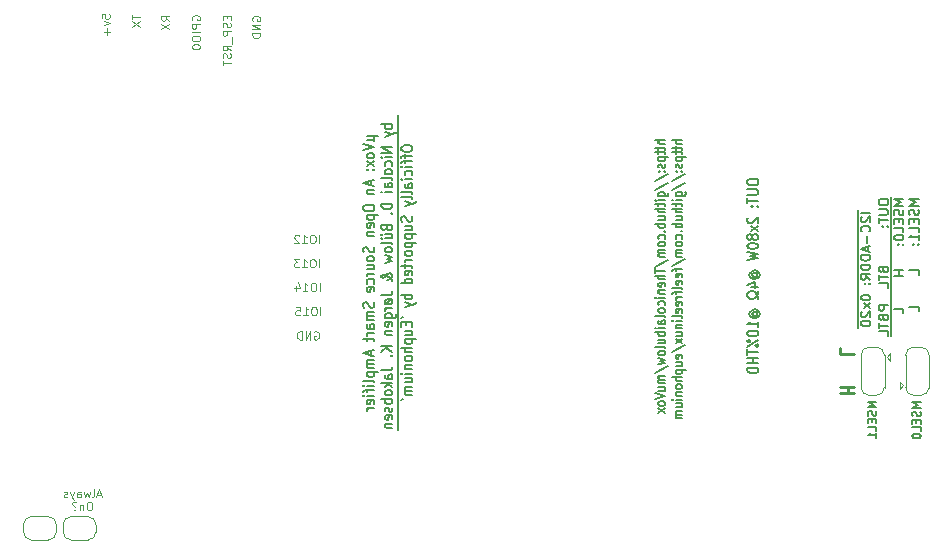
<source format=gbr>
G04 #@! TF.GenerationSoftware,KiCad,Pcbnew,(6.0.5-0)*
G04 #@! TF.CreationDate,2022-06-13T22:11:16+02:00*
G04 #@! TF.ProjectId,muVox,6d75566f-782e-46b6-9963-61645f706362,rev?*
G04 #@! TF.SameCoordinates,Original*
G04 #@! TF.FileFunction,Legend,Bot*
G04 #@! TF.FilePolarity,Positive*
%FSLAX46Y46*%
G04 Gerber Fmt 4.6, Leading zero omitted, Abs format (unit mm)*
G04 Created by KiCad (PCBNEW (6.0.5-0)) date 2022-06-13 22:11:16*
%MOMM*%
%LPD*%
G01*
G04 APERTURE LIST*
%ADD10C,0.150000*%
%ADD11C,0.100000*%
%ADD12C,0.175000*%
%ADD13C,0.200000*%
%ADD14C,0.250000*%
%ADD15C,0.120000*%
G04 APERTURE END LIST*
D10*
X174484523Y-76700000D02*
X173634523Y-76700000D01*
X174484523Y-77000000D02*
X174039285Y-77000000D01*
X173958333Y-76966666D01*
X173917857Y-76900000D01*
X173917857Y-76800000D01*
X173958333Y-76733333D01*
X173998809Y-76700000D01*
X173917857Y-77233333D02*
X173917857Y-77500000D01*
X173634523Y-77333333D02*
X174363095Y-77333333D01*
X174444047Y-77366666D01*
X174484523Y-77433333D01*
X174484523Y-77500000D01*
X173917857Y-77633333D02*
X173917857Y-77900000D01*
X173634523Y-77733333D02*
X174363095Y-77733333D01*
X174444047Y-77766666D01*
X174484523Y-77833333D01*
X174484523Y-77900000D01*
X173917857Y-78133333D02*
X174767857Y-78133333D01*
X173958333Y-78133333D02*
X173917857Y-78200000D01*
X173917857Y-78333333D01*
X173958333Y-78400000D01*
X173998809Y-78433333D01*
X174079761Y-78466666D01*
X174322619Y-78466666D01*
X174403571Y-78433333D01*
X174444047Y-78400000D01*
X174484523Y-78333333D01*
X174484523Y-78200000D01*
X174444047Y-78133333D01*
X174444047Y-78733333D02*
X174484523Y-78800000D01*
X174484523Y-78933333D01*
X174444047Y-79000000D01*
X174363095Y-79033333D01*
X174322619Y-79033333D01*
X174241666Y-79000000D01*
X174201190Y-78933333D01*
X174201190Y-78833333D01*
X174160714Y-78766666D01*
X174079761Y-78733333D01*
X174039285Y-78733333D01*
X173958333Y-78766666D01*
X173917857Y-78833333D01*
X173917857Y-78933333D01*
X173958333Y-79000000D01*
X174403571Y-79333333D02*
X174444047Y-79366666D01*
X174484523Y-79333333D01*
X174444047Y-79300000D01*
X174403571Y-79333333D01*
X174484523Y-79333333D01*
X173958333Y-79333333D02*
X173998809Y-79366666D01*
X174039285Y-79333333D01*
X173998809Y-79300000D01*
X173958333Y-79333333D01*
X174039285Y-79333333D01*
X173594047Y-80166666D02*
X174686904Y-79566666D01*
X173594047Y-80900000D02*
X174686904Y-80300000D01*
X173917857Y-81433333D02*
X174605952Y-81433333D01*
X174686904Y-81399999D01*
X174727380Y-81366666D01*
X174767857Y-81299999D01*
X174767857Y-81199999D01*
X174727380Y-81133333D01*
X174444047Y-81433333D02*
X174484523Y-81366666D01*
X174484523Y-81233333D01*
X174444047Y-81166666D01*
X174403571Y-81133333D01*
X174322619Y-81099999D01*
X174079761Y-81099999D01*
X173998809Y-81133333D01*
X173958333Y-81166666D01*
X173917857Y-81233333D01*
X173917857Y-81366666D01*
X173958333Y-81433333D01*
X174484523Y-81766666D02*
X173917857Y-81766666D01*
X173634523Y-81766666D02*
X173675000Y-81733333D01*
X173715476Y-81766666D01*
X173675000Y-81799999D01*
X173634523Y-81766666D01*
X173715476Y-81766666D01*
X173917857Y-81999999D02*
X173917857Y-82266666D01*
X173634523Y-82099999D02*
X174363095Y-82099999D01*
X174444047Y-82133333D01*
X174484523Y-82199999D01*
X174484523Y-82266666D01*
X174484523Y-82499999D02*
X173634523Y-82499999D01*
X174484523Y-82799999D02*
X174039285Y-82799999D01*
X173958333Y-82766666D01*
X173917857Y-82699999D01*
X173917857Y-82599999D01*
X173958333Y-82533333D01*
X173998809Y-82499999D01*
X173917857Y-83433333D02*
X174484523Y-83433333D01*
X173917857Y-83133333D02*
X174363095Y-83133333D01*
X174444047Y-83166666D01*
X174484523Y-83233333D01*
X174484523Y-83333333D01*
X174444047Y-83399999D01*
X174403571Y-83433333D01*
X174484523Y-83766666D02*
X173634523Y-83766666D01*
X173958333Y-83766666D02*
X173917857Y-83833333D01*
X173917857Y-83966666D01*
X173958333Y-84033333D01*
X173998809Y-84066666D01*
X174079761Y-84099999D01*
X174322619Y-84099999D01*
X174403571Y-84066666D01*
X174444047Y-84033333D01*
X174484523Y-83966666D01*
X174484523Y-83833333D01*
X174444047Y-83766666D01*
X174403571Y-84399999D02*
X174444047Y-84433333D01*
X174484523Y-84399999D01*
X174444047Y-84366666D01*
X174403571Y-84399999D01*
X174484523Y-84399999D01*
X174444047Y-85033333D02*
X174484523Y-84966666D01*
X174484523Y-84833333D01*
X174444047Y-84766666D01*
X174403571Y-84733333D01*
X174322619Y-84699999D01*
X174079761Y-84699999D01*
X173998809Y-84733333D01*
X173958333Y-84766666D01*
X173917857Y-84833333D01*
X173917857Y-84966666D01*
X173958333Y-85033333D01*
X174484523Y-85433333D02*
X174444047Y-85366666D01*
X174403571Y-85333333D01*
X174322619Y-85299999D01*
X174079761Y-85299999D01*
X173998809Y-85333333D01*
X173958333Y-85366666D01*
X173917857Y-85433333D01*
X173917857Y-85533333D01*
X173958333Y-85599999D01*
X173998809Y-85633333D01*
X174079761Y-85666666D01*
X174322619Y-85666666D01*
X174403571Y-85633333D01*
X174444047Y-85599999D01*
X174484523Y-85533333D01*
X174484523Y-85433333D01*
X174484523Y-85966666D02*
X173917857Y-85966666D01*
X173998809Y-85966666D02*
X173958333Y-85999999D01*
X173917857Y-86066666D01*
X173917857Y-86166666D01*
X173958333Y-86233333D01*
X174039285Y-86266666D01*
X174484523Y-86266666D01*
X174039285Y-86266666D02*
X173958333Y-86299999D01*
X173917857Y-86366666D01*
X173917857Y-86466666D01*
X173958333Y-86533333D01*
X174039285Y-86566666D01*
X174484523Y-86566666D01*
X173594047Y-87399999D02*
X174686904Y-86799999D01*
X173634523Y-87533333D02*
X173634523Y-87933333D01*
X174484523Y-87733333D02*
X173634523Y-87733333D01*
X174484523Y-88166666D02*
X173634523Y-88166666D01*
X174484523Y-88466666D02*
X174039285Y-88466666D01*
X173958333Y-88433333D01*
X173917857Y-88366666D01*
X173917857Y-88266666D01*
X173958333Y-88199999D01*
X173998809Y-88166666D01*
X174444047Y-89066666D02*
X174484523Y-88999999D01*
X174484523Y-88866666D01*
X174444047Y-88799999D01*
X174363095Y-88766666D01*
X174039285Y-88766666D01*
X173958333Y-88799999D01*
X173917857Y-88866666D01*
X173917857Y-88999999D01*
X173958333Y-89066666D01*
X174039285Y-89099999D01*
X174120238Y-89099999D01*
X174201190Y-88766666D01*
X173917857Y-89399999D02*
X174484523Y-89399999D01*
X173998809Y-89399999D02*
X173958333Y-89433333D01*
X173917857Y-89499999D01*
X173917857Y-89599999D01*
X173958333Y-89666666D01*
X174039285Y-89699999D01*
X174484523Y-89699999D01*
X174484523Y-90033333D02*
X173917857Y-90033333D01*
X173634523Y-90033333D02*
X173675000Y-90000000D01*
X173715476Y-90033333D01*
X173675000Y-90066666D01*
X173634523Y-90033333D01*
X173715476Y-90033333D01*
X174444047Y-90666666D02*
X174484523Y-90600000D01*
X174484523Y-90466666D01*
X174444047Y-90400000D01*
X174403571Y-90366666D01*
X174322619Y-90333333D01*
X174079761Y-90333333D01*
X173998809Y-90366666D01*
X173958333Y-90400000D01*
X173917857Y-90466666D01*
X173917857Y-90600000D01*
X173958333Y-90666666D01*
X174484523Y-91066666D02*
X174444047Y-91000000D01*
X174403571Y-90966666D01*
X174322619Y-90933333D01*
X174079761Y-90933333D01*
X173998809Y-90966666D01*
X173958333Y-91000000D01*
X173917857Y-91066666D01*
X173917857Y-91166666D01*
X173958333Y-91233333D01*
X173998809Y-91266666D01*
X174079761Y-91300000D01*
X174322619Y-91300000D01*
X174403571Y-91266666D01*
X174444047Y-91233333D01*
X174484523Y-91166666D01*
X174484523Y-91066666D01*
X174484523Y-91700000D02*
X174444047Y-91633333D01*
X174363095Y-91600000D01*
X173634523Y-91600000D01*
X174484523Y-92266666D02*
X174039285Y-92266666D01*
X173958333Y-92233333D01*
X173917857Y-92166666D01*
X173917857Y-92033333D01*
X173958333Y-91966666D01*
X174444047Y-92266666D02*
X174484523Y-92200000D01*
X174484523Y-92033333D01*
X174444047Y-91966666D01*
X174363095Y-91933333D01*
X174282142Y-91933333D01*
X174201190Y-91966666D01*
X174160714Y-92033333D01*
X174160714Y-92200000D01*
X174120238Y-92266666D01*
X174484523Y-92600000D02*
X173917857Y-92600000D01*
X173634523Y-92600000D02*
X173675000Y-92566666D01*
X173715476Y-92600000D01*
X173675000Y-92633333D01*
X173634523Y-92600000D01*
X173715476Y-92600000D01*
X174484523Y-92933333D02*
X173634523Y-92933333D01*
X173958333Y-92933333D02*
X173917857Y-93000000D01*
X173917857Y-93133333D01*
X173958333Y-93200000D01*
X173998809Y-93233333D01*
X174079761Y-93266666D01*
X174322619Y-93266666D01*
X174403571Y-93233333D01*
X174444047Y-93200000D01*
X174484523Y-93133333D01*
X174484523Y-93000000D01*
X174444047Y-92933333D01*
X173917857Y-93866666D02*
X174484523Y-93866666D01*
X173917857Y-93566666D02*
X174363095Y-93566666D01*
X174444047Y-93600000D01*
X174484523Y-93666666D01*
X174484523Y-93766666D01*
X174444047Y-93833333D01*
X174403571Y-93866666D01*
X174484523Y-94300000D02*
X174444047Y-94233333D01*
X174363095Y-94200000D01*
X173634523Y-94200000D01*
X174484523Y-94666666D02*
X174444047Y-94600000D01*
X174403571Y-94566666D01*
X174322619Y-94533333D01*
X174079761Y-94533333D01*
X173998809Y-94566666D01*
X173958333Y-94600000D01*
X173917857Y-94666666D01*
X173917857Y-94766666D01*
X173958333Y-94833333D01*
X173998809Y-94866666D01*
X174079761Y-94900000D01*
X174322619Y-94900000D01*
X174403571Y-94866666D01*
X174444047Y-94833333D01*
X174484523Y-94766666D01*
X174484523Y-94666666D01*
X173917857Y-95133333D02*
X174484523Y-95266666D01*
X174079761Y-95400000D01*
X174484523Y-95533333D01*
X173917857Y-95666666D01*
X173594047Y-96433333D02*
X174686904Y-95833333D01*
X174484523Y-96666666D02*
X173917857Y-96666666D01*
X173998809Y-96666666D02*
X173958333Y-96699999D01*
X173917857Y-96766666D01*
X173917857Y-96866666D01*
X173958333Y-96933333D01*
X174039285Y-96966666D01*
X174484523Y-96966666D01*
X174039285Y-96966666D02*
X173958333Y-96999999D01*
X173917857Y-97066666D01*
X173917857Y-97166666D01*
X173958333Y-97233333D01*
X174039285Y-97266666D01*
X174484523Y-97266666D01*
X173917857Y-97899999D02*
X174484523Y-97899999D01*
X173917857Y-97599999D02*
X174363095Y-97599999D01*
X174444047Y-97633333D01*
X174484523Y-97699999D01*
X174484523Y-97799999D01*
X174444047Y-97866666D01*
X174403571Y-97899999D01*
X173634523Y-98133333D02*
X174484523Y-98366666D01*
X173634523Y-98599999D01*
X174484523Y-98933333D02*
X174444047Y-98866666D01*
X174403571Y-98833333D01*
X174322619Y-98799999D01*
X174079761Y-98799999D01*
X173998809Y-98833333D01*
X173958333Y-98866666D01*
X173917857Y-98933333D01*
X173917857Y-99033333D01*
X173958333Y-99099999D01*
X173998809Y-99133333D01*
X174079761Y-99166666D01*
X174322619Y-99166666D01*
X174403571Y-99133333D01*
X174444047Y-99099999D01*
X174484523Y-99033333D01*
X174484523Y-98933333D01*
X174484523Y-99399999D02*
X173917857Y-99766666D01*
X173917857Y-99399999D02*
X174484523Y-99766666D01*
D11*
X137350000Y-66150000D02*
X137350000Y-66383333D01*
X137716666Y-66483333D02*
X137716666Y-66150000D01*
X137016666Y-66150000D01*
X137016666Y-66483333D01*
X137683333Y-66750000D02*
X137716666Y-66850000D01*
X137716666Y-67016666D01*
X137683333Y-67083333D01*
X137650000Y-67116666D01*
X137583333Y-67150000D01*
X137516666Y-67150000D01*
X137450000Y-67116666D01*
X137416666Y-67083333D01*
X137383333Y-67016666D01*
X137350000Y-66883333D01*
X137316666Y-66816666D01*
X137283333Y-66783333D01*
X137216666Y-66750000D01*
X137150000Y-66750000D01*
X137083333Y-66783333D01*
X137050000Y-66816666D01*
X137016666Y-66883333D01*
X137016666Y-67050000D01*
X137050000Y-67150000D01*
X137716666Y-67450000D02*
X137016666Y-67450000D01*
X137016666Y-67716666D01*
X137050000Y-67783333D01*
X137083333Y-67816666D01*
X137150000Y-67850000D01*
X137250000Y-67850000D01*
X137316666Y-67816666D01*
X137350000Y-67783333D01*
X137383333Y-67716666D01*
X137383333Y-67450000D01*
X137783333Y-67983333D02*
X137783333Y-68516666D01*
X137716666Y-69083333D02*
X137383333Y-68850000D01*
X137716666Y-68683333D02*
X137016666Y-68683333D01*
X137016666Y-68950000D01*
X137050000Y-69016666D01*
X137083333Y-69050000D01*
X137150000Y-69083333D01*
X137250000Y-69083333D01*
X137316666Y-69050000D01*
X137350000Y-69016666D01*
X137383333Y-68950000D01*
X137383333Y-68683333D01*
X137683333Y-69350000D02*
X137716666Y-69450000D01*
X137716666Y-69616666D01*
X137683333Y-69683333D01*
X137650000Y-69716666D01*
X137583333Y-69750000D01*
X137516666Y-69750000D01*
X137450000Y-69716666D01*
X137416666Y-69683333D01*
X137383333Y-69616666D01*
X137350000Y-69483333D01*
X137316666Y-69416666D01*
X137283333Y-69383333D01*
X137216666Y-69350000D01*
X137150000Y-69350000D01*
X137083333Y-69383333D01*
X137050000Y-69416666D01*
X137016666Y-69483333D01*
X137016666Y-69650000D01*
X137050000Y-69750000D01*
X137016666Y-69950000D02*
X137016666Y-70350000D01*
X137716666Y-70150000D02*
X137016666Y-70150000D01*
D10*
X151861500Y-74547619D02*
X151861500Y-75157142D01*
X151861500Y-75157142D02*
X151861500Y-75766666D01*
X151861500Y-75766666D02*
X151861500Y-76376190D01*
X151861500Y-76376190D02*
X151861500Y-76985714D01*
X151861500Y-76985714D02*
X151861500Y-77823809D01*
X152129761Y-77328571D02*
X152129761Y-77480952D01*
X152175000Y-77557142D01*
X152265476Y-77633333D01*
X152446428Y-77671428D01*
X152763095Y-77671428D01*
X152944047Y-77633333D01*
X153034523Y-77557142D01*
X153079761Y-77480952D01*
X153079761Y-77328571D01*
X153034523Y-77252380D01*
X152944047Y-77176190D01*
X152763095Y-77138095D01*
X152446428Y-77138095D01*
X152265476Y-77176190D01*
X152175000Y-77252380D01*
X152129761Y-77328571D01*
X151861500Y-77823809D02*
X151861500Y-78280952D01*
X152446428Y-77900000D02*
X152446428Y-78204761D01*
X153079761Y-78014285D02*
X152265476Y-78014285D01*
X152175000Y-78052380D01*
X152129761Y-78128571D01*
X152129761Y-78204761D01*
X151861500Y-78280952D02*
X151861500Y-78738095D01*
X152446428Y-78357142D02*
X152446428Y-78661904D01*
X153079761Y-78471428D02*
X152265476Y-78471428D01*
X152175000Y-78509523D01*
X152129761Y-78585714D01*
X152129761Y-78661904D01*
X151861500Y-78738095D02*
X151861500Y-79119047D01*
X153079761Y-78928571D02*
X152446428Y-78928571D01*
X152129761Y-78928571D02*
X152175000Y-78890476D01*
X152220238Y-78928571D01*
X152175000Y-78966666D01*
X152129761Y-78928571D01*
X152220238Y-78928571D01*
X151861500Y-79119047D02*
X151861500Y-79804761D01*
X153034523Y-79652380D02*
X153079761Y-79576190D01*
X153079761Y-79423809D01*
X153034523Y-79347619D01*
X152989285Y-79309523D01*
X152898809Y-79271428D01*
X152627380Y-79271428D01*
X152536904Y-79309523D01*
X152491666Y-79347619D01*
X152446428Y-79423809D01*
X152446428Y-79576190D01*
X152491666Y-79652380D01*
X151861500Y-79804761D02*
X151861500Y-80185714D01*
X153079761Y-79995238D02*
X152446428Y-79995238D01*
X152129761Y-79995238D02*
X152175000Y-79957142D01*
X152220238Y-79995238D01*
X152175000Y-80033333D01*
X152129761Y-79995238D01*
X152220238Y-79995238D01*
X151861500Y-80185714D02*
X151861500Y-80909523D01*
X153079761Y-80719047D02*
X152582142Y-80719047D01*
X152491666Y-80680952D01*
X152446428Y-80604761D01*
X152446428Y-80452380D01*
X152491666Y-80376190D01*
X153034523Y-80719047D02*
X153079761Y-80642857D01*
X153079761Y-80452380D01*
X153034523Y-80376190D01*
X152944047Y-80338095D01*
X152853571Y-80338095D01*
X152763095Y-80376190D01*
X152717857Y-80452380D01*
X152717857Y-80642857D01*
X152672619Y-80719047D01*
X151861500Y-80909523D02*
X151861500Y-81328571D01*
X153079761Y-81214285D02*
X153034523Y-81138095D01*
X152944047Y-81100000D01*
X152129761Y-81100000D01*
X151861500Y-81328571D02*
X151861500Y-81747619D01*
X153079761Y-81633333D02*
X153034523Y-81557142D01*
X152944047Y-81519047D01*
X152129761Y-81519047D01*
X151861500Y-81747619D02*
X151861500Y-82357142D01*
X152446428Y-81861904D02*
X153079761Y-82052380D01*
X152446428Y-82242857D02*
X153079761Y-82052380D01*
X153305952Y-81976190D01*
X153351190Y-81938095D01*
X153396428Y-81861904D01*
X151861500Y-82357142D02*
X151861500Y-82966666D01*
X151861500Y-82966666D02*
X151861500Y-83728571D01*
X153034523Y-83119047D02*
X153079761Y-83233333D01*
X153079761Y-83423809D01*
X153034523Y-83500000D01*
X152989285Y-83538095D01*
X152898809Y-83576190D01*
X152808333Y-83576190D01*
X152717857Y-83538095D01*
X152672619Y-83500000D01*
X152627380Y-83423809D01*
X152582142Y-83271428D01*
X152536904Y-83195238D01*
X152491666Y-83157142D01*
X152401190Y-83119047D01*
X152310714Y-83119047D01*
X152220238Y-83157142D01*
X152175000Y-83195238D01*
X152129761Y-83271428D01*
X152129761Y-83461904D01*
X152175000Y-83576190D01*
X151861500Y-83728571D02*
X151861500Y-84452380D01*
X152446428Y-84261904D02*
X153079761Y-84261904D01*
X152446428Y-83919047D02*
X152944047Y-83919047D01*
X153034523Y-83957142D01*
X153079761Y-84033333D01*
X153079761Y-84147619D01*
X153034523Y-84223809D01*
X152989285Y-84261904D01*
X151861500Y-84452380D02*
X151861500Y-85176190D01*
X152446428Y-84642857D02*
X153396428Y-84642857D01*
X152491666Y-84642857D02*
X152446428Y-84719047D01*
X152446428Y-84871428D01*
X152491666Y-84947619D01*
X152536904Y-84985714D01*
X152627380Y-85023809D01*
X152898809Y-85023809D01*
X152989285Y-84985714D01*
X153034523Y-84947619D01*
X153079761Y-84871428D01*
X153079761Y-84719047D01*
X153034523Y-84642857D01*
X151861500Y-85176190D02*
X151861500Y-85900000D01*
X152446428Y-85366666D02*
X153396428Y-85366666D01*
X152491666Y-85366666D02*
X152446428Y-85442857D01*
X152446428Y-85595238D01*
X152491666Y-85671428D01*
X152536904Y-85709523D01*
X152627380Y-85747619D01*
X152898809Y-85747619D01*
X152989285Y-85709523D01*
X153034523Y-85671428D01*
X153079761Y-85595238D01*
X153079761Y-85442857D01*
X153034523Y-85366666D01*
X151861500Y-85900000D02*
X151861500Y-86623809D01*
X153079761Y-86204761D02*
X153034523Y-86128571D01*
X152989285Y-86090476D01*
X152898809Y-86052380D01*
X152627380Y-86052380D01*
X152536904Y-86090476D01*
X152491666Y-86128571D01*
X152446428Y-86204761D01*
X152446428Y-86319047D01*
X152491666Y-86395238D01*
X152536904Y-86433333D01*
X152627380Y-86471428D01*
X152898809Y-86471428D01*
X152989285Y-86433333D01*
X153034523Y-86395238D01*
X153079761Y-86319047D01*
X153079761Y-86204761D01*
X151861500Y-86623809D02*
X151861500Y-87119047D01*
X153079761Y-86814285D02*
X152446428Y-86814285D01*
X152627380Y-86814285D02*
X152536904Y-86852380D01*
X152491666Y-86890476D01*
X152446428Y-86966666D01*
X152446428Y-87042857D01*
X151861500Y-87119047D02*
X151861500Y-87576190D01*
X152446428Y-87195238D02*
X152446428Y-87500000D01*
X152129761Y-87309523D02*
X152944047Y-87309523D01*
X153034523Y-87347619D01*
X153079761Y-87423809D01*
X153079761Y-87500000D01*
X151861500Y-87576190D02*
X151861500Y-88261904D01*
X153034523Y-88071428D02*
X153079761Y-87995238D01*
X153079761Y-87842857D01*
X153034523Y-87766666D01*
X152944047Y-87728571D01*
X152582142Y-87728571D01*
X152491666Y-87766666D01*
X152446428Y-87842857D01*
X152446428Y-87995238D01*
X152491666Y-88071428D01*
X152582142Y-88109523D01*
X152672619Y-88109523D01*
X152763095Y-87728571D01*
X151861500Y-88261904D02*
X151861500Y-88985714D01*
X153079761Y-88795238D02*
X152129761Y-88795238D01*
X153034523Y-88795238D02*
X153079761Y-88719047D01*
X153079761Y-88566666D01*
X153034523Y-88490476D01*
X152989285Y-88452380D01*
X152898809Y-88414285D01*
X152627380Y-88414285D01*
X152536904Y-88452380D01*
X152491666Y-88490476D01*
X152446428Y-88566666D01*
X152446428Y-88719047D01*
X152491666Y-88795238D01*
X151861500Y-88985714D02*
X151861500Y-89595238D01*
X151861500Y-89595238D02*
X151861500Y-90319047D01*
X153079761Y-89785714D02*
X152129761Y-89785714D01*
X152491666Y-89785714D02*
X152446428Y-89861904D01*
X152446428Y-90014285D01*
X152491666Y-90090476D01*
X152536904Y-90128571D01*
X152627380Y-90166666D01*
X152898809Y-90166666D01*
X152989285Y-90128571D01*
X153034523Y-90090476D01*
X153079761Y-90014285D01*
X153079761Y-89861904D01*
X153034523Y-89785714D01*
X151861500Y-90319047D02*
X151861500Y-90928571D01*
X152446428Y-90433333D02*
X153079761Y-90623809D01*
X152446428Y-90814285D02*
X153079761Y-90623809D01*
X153305952Y-90547619D01*
X153351190Y-90509523D01*
X153396428Y-90433333D01*
X151861500Y-90928571D02*
X151861500Y-91538095D01*
X151861500Y-91538095D02*
X151861500Y-91919047D01*
X152129761Y-91766666D02*
X152310714Y-91690476D01*
X151861500Y-91919047D02*
X151861500Y-92642857D01*
X152582142Y-92109523D02*
X152582142Y-92376190D01*
X153079761Y-92490476D02*
X153079761Y-92109523D01*
X152129761Y-92109523D01*
X152129761Y-92490476D01*
X151861500Y-92642857D02*
X151861500Y-93366666D01*
X152446428Y-93176190D02*
X153079761Y-93176190D01*
X152446428Y-92833333D02*
X152944047Y-92833333D01*
X153034523Y-92871428D01*
X153079761Y-92947619D01*
X153079761Y-93061904D01*
X153034523Y-93138095D01*
X152989285Y-93176190D01*
X151861500Y-93366666D02*
X151861500Y-94090476D01*
X152446428Y-93557142D02*
X153396428Y-93557142D01*
X152491666Y-93557142D02*
X152446428Y-93633333D01*
X152446428Y-93785714D01*
X152491666Y-93861904D01*
X152536904Y-93900000D01*
X152627380Y-93938095D01*
X152898809Y-93938095D01*
X152989285Y-93900000D01*
X153034523Y-93861904D01*
X153079761Y-93785714D01*
X153079761Y-93633333D01*
X153034523Y-93557142D01*
X151861500Y-94090476D02*
X151861500Y-94814285D01*
X153079761Y-94280952D02*
X152129761Y-94280952D01*
X153079761Y-94623809D02*
X152582142Y-94623809D01*
X152491666Y-94585714D01*
X152446428Y-94509523D01*
X152446428Y-94395238D01*
X152491666Y-94319047D01*
X152536904Y-94280952D01*
X151861500Y-94814285D02*
X151861500Y-95538095D01*
X153079761Y-95119047D02*
X153034523Y-95042857D01*
X152989285Y-95004761D01*
X152898809Y-94966666D01*
X152627380Y-94966666D01*
X152536904Y-95004761D01*
X152491666Y-95042857D01*
X152446428Y-95119047D01*
X152446428Y-95233333D01*
X152491666Y-95309523D01*
X152536904Y-95347619D01*
X152627380Y-95385714D01*
X152898809Y-95385714D01*
X152989285Y-95347619D01*
X153034523Y-95309523D01*
X153079761Y-95233333D01*
X153079761Y-95119047D01*
X151861500Y-95538095D02*
X151861500Y-96261904D01*
X152446428Y-95728571D02*
X153079761Y-95728571D01*
X152536904Y-95728571D02*
X152491666Y-95766666D01*
X152446428Y-95842857D01*
X152446428Y-95957142D01*
X152491666Y-96033333D01*
X152582142Y-96071428D01*
X153079761Y-96071428D01*
X151861500Y-96261904D02*
X151861500Y-96642857D01*
X153079761Y-96452380D02*
X152446428Y-96452380D01*
X152129761Y-96452380D02*
X152175000Y-96414285D01*
X152220238Y-96452380D01*
X152175000Y-96490476D01*
X152129761Y-96452380D01*
X152220238Y-96452380D01*
X151861500Y-96642857D02*
X151861500Y-97366666D01*
X152446428Y-97176190D02*
X153079761Y-97176190D01*
X152446428Y-96833333D02*
X152944047Y-96833333D01*
X153034523Y-96871428D01*
X153079761Y-96947619D01*
X153079761Y-97061904D01*
X153034523Y-97138095D01*
X152989285Y-97176190D01*
X151861500Y-97366666D02*
X151861500Y-98433333D01*
X153079761Y-97557142D02*
X152446428Y-97557142D01*
X152536904Y-97557142D02*
X152491666Y-97595238D01*
X152446428Y-97671428D01*
X152446428Y-97785714D01*
X152491666Y-97861904D01*
X152582142Y-97900000D01*
X153079761Y-97900000D01*
X152582142Y-97900000D02*
X152491666Y-97938095D01*
X152446428Y-98014285D01*
X152446428Y-98128571D01*
X152491666Y-98204761D01*
X152582142Y-98242857D01*
X153079761Y-98242857D01*
X151861500Y-98433333D02*
X151861500Y-98814285D01*
X152129761Y-98661904D02*
X152310714Y-98585714D01*
X151861500Y-98814285D02*
X151861500Y-99423809D01*
X151861500Y-99423809D02*
X151861500Y-100033333D01*
X151861500Y-100033333D02*
X151861500Y-100642857D01*
X151861500Y-100642857D02*
X151861500Y-101252380D01*
D11*
X145283333Y-91516666D02*
X145283333Y-90816666D01*
X144816666Y-90816666D02*
X144683333Y-90816666D01*
X144616666Y-90850000D01*
X144550000Y-90916666D01*
X144516666Y-91050000D01*
X144516666Y-91283333D01*
X144550000Y-91416666D01*
X144616666Y-91483333D01*
X144683333Y-91516666D01*
X144816666Y-91516666D01*
X144883333Y-91483333D01*
X144950000Y-91416666D01*
X144983333Y-91283333D01*
X144983333Y-91050000D01*
X144950000Y-90916666D01*
X144883333Y-90850000D01*
X144816666Y-90816666D01*
X143850000Y-91516666D02*
X144250000Y-91516666D01*
X144050000Y-91516666D02*
X144050000Y-90816666D01*
X144116666Y-90916666D01*
X144183333Y-90983333D01*
X144250000Y-91016666D01*
X143216666Y-90816666D02*
X143550000Y-90816666D01*
X143583333Y-91150000D01*
X143550000Y-91116666D01*
X143483333Y-91083333D01*
X143316666Y-91083333D01*
X143250000Y-91116666D01*
X143216666Y-91150000D01*
X143183333Y-91216666D01*
X143183333Y-91383333D01*
X143216666Y-91450000D01*
X143250000Y-91483333D01*
X143316666Y-91516666D01*
X143483333Y-91516666D01*
X143550000Y-91483333D01*
X143583333Y-91450000D01*
D12*
X196116666Y-98900000D02*
X195416666Y-98900000D01*
X195916666Y-99133333D01*
X195416666Y-99366666D01*
X196116666Y-99366666D01*
X196083333Y-99666666D02*
X196116666Y-99766666D01*
X196116666Y-99933333D01*
X196083333Y-100000000D01*
X196050000Y-100033333D01*
X195983333Y-100066666D01*
X195916666Y-100066666D01*
X195850000Y-100033333D01*
X195816666Y-100000000D01*
X195783333Y-99933333D01*
X195750000Y-99800000D01*
X195716666Y-99733333D01*
X195683333Y-99700000D01*
X195616666Y-99666666D01*
X195550000Y-99666666D01*
X195483333Y-99700000D01*
X195450000Y-99733333D01*
X195416666Y-99800000D01*
X195416666Y-99966666D01*
X195450000Y-100066666D01*
X195750000Y-100366666D02*
X195750000Y-100600000D01*
X196116666Y-100700000D02*
X196116666Y-100366666D01*
X195416666Y-100366666D01*
X195416666Y-100700000D01*
X196116666Y-101333333D02*
X196116666Y-101000000D01*
X195416666Y-101000000D01*
X195416666Y-101700000D02*
X195416666Y-101766666D01*
X195450000Y-101833333D01*
X195483333Y-101866666D01*
X195550000Y-101900000D01*
X195683333Y-101933333D01*
X195850000Y-101933333D01*
X195983333Y-101900000D01*
X196050000Y-101866666D01*
X196083333Y-101833333D01*
X196116666Y-101766666D01*
X196116666Y-101700000D01*
X196083333Y-101633333D01*
X196050000Y-101600000D01*
X195983333Y-101566666D01*
X195850000Y-101533333D01*
X195683333Y-101533333D01*
X195550000Y-101566666D01*
X195483333Y-101600000D01*
X195450000Y-101633333D01*
X195416666Y-101700000D01*
D10*
X175934523Y-76683333D02*
X175084523Y-76683333D01*
X175934523Y-76983333D02*
X175489285Y-76983333D01*
X175408333Y-76950000D01*
X175367857Y-76883333D01*
X175367857Y-76783333D01*
X175408333Y-76716666D01*
X175448809Y-76683333D01*
X175367857Y-77216666D02*
X175367857Y-77483333D01*
X175084523Y-77316666D02*
X175813095Y-77316666D01*
X175894047Y-77350000D01*
X175934523Y-77416666D01*
X175934523Y-77483333D01*
X175367857Y-77616666D02*
X175367857Y-77883333D01*
X175084523Y-77716666D02*
X175813095Y-77716666D01*
X175894047Y-77750000D01*
X175934523Y-77816666D01*
X175934523Y-77883333D01*
X175367857Y-78116666D02*
X176217857Y-78116666D01*
X175408333Y-78116666D02*
X175367857Y-78183333D01*
X175367857Y-78316666D01*
X175408333Y-78383333D01*
X175448809Y-78416666D01*
X175529761Y-78450000D01*
X175772619Y-78450000D01*
X175853571Y-78416666D01*
X175894047Y-78383333D01*
X175934523Y-78316666D01*
X175934523Y-78183333D01*
X175894047Y-78116666D01*
X175894047Y-78716666D02*
X175934523Y-78783333D01*
X175934523Y-78916666D01*
X175894047Y-78983333D01*
X175813095Y-79016666D01*
X175772619Y-79016666D01*
X175691666Y-78983333D01*
X175651190Y-78916666D01*
X175651190Y-78816666D01*
X175610714Y-78750000D01*
X175529761Y-78716666D01*
X175489285Y-78716666D01*
X175408333Y-78750000D01*
X175367857Y-78816666D01*
X175367857Y-78916666D01*
X175408333Y-78983333D01*
X175853571Y-79316666D02*
X175894047Y-79350000D01*
X175934523Y-79316666D01*
X175894047Y-79283333D01*
X175853571Y-79316666D01*
X175934523Y-79316666D01*
X175408333Y-79316666D02*
X175448809Y-79350000D01*
X175489285Y-79316666D01*
X175448809Y-79283333D01*
X175408333Y-79316666D01*
X175489285Y-79316666D01*
X175044047Y-80150000D02*
X176136904Y-79550000D01*
X175044047Y-80883333D02*
X176136904Y-80283333D01*
X175367857Y-81416666D02*
X176055952Y-81416666D01*
X176136904Y-81383333D01*
X176177380Y-81350000D01*
X176217857Y-81283333D01*
X176217857Y-81183333D01*
X176177380Y-81116666D01*
X175894047Y-81416666D02*
X175934523Y-81350000D01*
X175934523Y-81216666D01*
X175894047Y-81150000D01*
X175853571Y-81116666D01*
X175772619Y-81083333D01*
X175529761Y-81083333D01*
X175448809Y-81116666D01*
X175408333Y-81150000D01*
X175367857Y-81216666D01*
X175367857Y-81350000D01*
X175408333Y-81416666D01*
X175934523Y-81750000D02*
X175367857Y-81750000D01*
X175084523Y-81750000D02*
X175125000Y-81716666D01*
X175165476Y-81750000D01*
X175125000Y-81783333D01*
X175084523Y-81750000D01*
X175165476Y-81750000D01*
X175367857Y-81983333D02*
X175367857Y-82250000D01*
X175084523Y-82083333D02*
X175813095Y-82083333D01*
X175894047Y-82116666D01*
X175934523Y-82183333D01*
X175934523Y-82250000D01*
X175934523Y-82483333D02*
X175084523Y-82483333D01*
X175934523Y-82783333D02*
X175489285Y-82783333D01*
X175408333Y-82750000D01*
X175367857Y-82683333D01*
X175367857Y-82583333D01*
X175408333Y-82516666D01*
X175448809Y-82483333D01*
X175367857Y-83416666D02*
X175934523Y-83416666D01*
X175367857Y-83116666D02*
X175813095Y-83116666D01*
X175894047Y-83150000D01*
X175934523Y-83216666D01*
X175934523Y-83316666D01*
X175894047Y-83383333D01*
X175853571Y-83416666D01*
X175934523Y-83750000D02*
X175084523Y-83750000D01*
X175408333Y-83750000D02*
X175367857Y-83816666D01*
X175367857Y-83950000D01*
X175408333Y-84016666D01*
X175448809Y-84050000D01*
X175529761Y-84083333D01*
X175772619Y-84083333D01*
X175853571Y-84050000D01*
X175894047Y-84016666D01*
X175934523Y-83950000D01*
X175934523Y-83816666D01*
X175894047Y-83750000D01*
X175853571Y-84383333D02*
X175894047Y-84416666D01*
X175934523Y-84383333D01*
X175894047Y-84350000D01*
X175853571Y-84383333D01*
X175934523Y-84383333D01*
X175894047Y-85016666D02*
X175934523Y-84950000D01*
X175934523Y-84816666D01*
X175894047Y-84750000D01*
X175853571Y-84716666D01*
X175772619Y-84683333D01*
X175529761Y-84683333D01*
X175448809Y-84716666D01*
X175408333Y-84750000D01*
X175367857Y-84816666D01*
X175367857Y-84950000D01*
X175408333Y-85016666D01*
X175934523Y-85416666D02*
X175894047Y-85350000D01*
X175853571Y-85316666D01*
X175772619Y-85283333D01*
X175529761Y-85283333D01*
X175448809Y-85316666D01*
X175408333Y-85350000D01*
X175367857Y-85416666D01*
X175367857Y-85516666D01*
X175408333Y-85583333D01*
X175448809Y-85616666D01*
X175529761Y-85650000D01*
X175772619Y-85650000D01*
X175853571Y-85616666D01*
X175894047Y-85583333D01*
X175934523Y-85516666D01*
X175934523Y-85416666D01*
X175934523Y-85950000D02*
X175367857Y-85950000D01*
X175448809Y-85950000D02*
X175408333Y-85983333D01*
X175367857Y-86050000D01*
X175367857Y-86150000D01*
X175408333Y-86216666D01*
X175489285Y-86250000D01*
X175934523Y-86250000D01*
X175489285Y-86250000D02*
X175408333Y-86283333D01*
X175367857Y-86350000D01*
X175367857Y-86450000D01*
X175408333Y-86516666D01*
X175489285Y-86550000D01*
X175934523Y-86550000D01*
X175044047Y-87383333D02*
X176136904Y-86783333D01*
X175367857Y-87516666D02*
X175367857Y-87783333D01*
X175934523Y-87616666D02*
X175205952Y-87616666D01*
X175125000Y-87650000D01*
X175084523Y-87716666D01*
X175084523Y-87783333D01*
X175894047Y-88283333D02*
X175934523Y-88216666D01*
X175934523Y-88083333D01*
X175894047Y-88016666D01*
X175813095Y-87983333D01*
X175489285Y-87983333D01*
X175408333Y-88016666D01*
X175367857Y-88083333D01*
X175367857Y-88216666D01*
X175408333Y-88283333D01*
X175489285Y-88316666D01*
X175570238Y-88316666D01*
X175651190Y-87983333D01*
X175894047Y-88883333D02*
X175934523Y-88816666D01*
X175934523Y-88683333D01*
X175894047Y-88616666D01*
X175813095Y-88583333D01*
X175489285Y-88583333D01*
X175408333Y-88616666D01*
X175367857Y-88683333D01*
X175367857Y-88816666D01*
X175408333Y-88883333D01*
X175489285Y-88916666D01*
X175570238Y-88916666D01*
X175651190Y-88583333D01*
X175934523Y-89316666D02*
X175894047Y-89250000D01*
X175813095Y-89216666D01*
X175084523Y-89216666D01*
X175367857Y-89483333D02*
X175367857Y-89750000D01*
X175934523Y-89583333D02*
X175205952Y-89583333D01*
X175125000Y-89616666D01*
X175084523Y-89683333D01*
X175084523Y-89750000D01*
X175934523Y-89983333D02*
X175367857Y-89983333D01*
X175529761Y-89983333D02*
X175448809Y-90016666D01*
X175408333Y-90050000D01*
X175367857Y-90116666D01*
X175367857Y-90183333D01*
X175894047Y-90683333D02*
X175934523Y-90616666D01*
X175934523Y-90483333D01*
X175894047Y-90416666D01*
X175813095Y-90383333D01*
X175489285Y-90383333D01*
X175408333Y-90416666D01*
X175367857Y-90483333D01*
X175367857Y-90616666D01*
X175408333Y-90683333D01*
X175489285Y-90716666D01*
X175570238Y-90716666D01*
X175651190Y-90383333D01*
X175894047Y-91283333D02*
X175934523Y-91216666D01*
X175934523Y-91083333D01*
X175894047Y-91016666D01*
X175813095Y-90983333D01*
X175489285Y-90983333D01*
X175408333Y-91016666D01*
X175367857Y-91083333D01*
X175367857Y-91216666D01*
X175408333Y-91283333D01*
X175489285Y-91316666D01*
X175570238Y-91316666D01*
X175651190Y-90983333D01*
X175934523Y-91716666D02*
X175894047Y-91650000D01*
X175813095Y-91616666D01*
X175084523Y-91616666D01*
X175934523Y-91983333D02*
X175367857Y-91983333D01*
X175084523Y-91983333D02*
X175125000Y-91950000D01*
X175165476Y-91983333D01*
X175125000Y-92016666D01*
X175084523Y-91983333D01*
X175165476Y-91983333D01*
X175367857Y-92316666D02*
X175934523Y-92316666D01*
X175448809Y-92316666D02*
X175408333Y-92350000D01*
X175367857Y-92416666D01*
X175367857Y-92516666D01*
X175408333Y-92583333D01*
X175489285Y-92616666D01*
X175934523Y-92616666D01*
X175367857Y-93250000D02*
X175934523Y-93250000D01*
X175367857Y-92950000D02*
X175813095Y-92950000D01*
X175894047Y-92983333D01*
X175934523Y-93050000D01*
X175934523Y-93150000D01*
X175894047Y-93216666D01*
X175853571Y-93250000D01*
X175934523Y-93516666D02*
X175367857Y-93883333D01*
X175367857Y-93516666D02*
X175934523Y-93883333D01*
X175044047Y-94650000D02*
X176136904Y-94050000D01*
X175894047Y-95150000D02*
X175934523Y-95083333D01*
X175934523Y-94950000D01*
X175894047Y-94883333D01*
X175813095Y-94850000D01*
X175489285Y-94850000D01*
X175408333Y-94883333D01*
X175367857Y-94950000D01*
X175367857Y-95083333D01*
X175408333Y-95150000D01*
X175489285Y-95183333D01*
X175570238Y-95183333D01*
X175651190Y-94850000D01*
X175367857Y-95783333D02*
X175934523Y-95783333D01*
X175367857Y-95483333D02*
X175813095Y-95483333D01*
X175894047Y-95516666D01*
X175934523Y-95583333D01*
X175934523Y-95683333D01*
X175894047Y-95750000D01*
X175853571Y-95783333D01*
X175367857Y-96116666D02*
X176217857Y-96116666D01*
X175408333Y-96116666D02*
X175367857Y-96183333D01*
X175367857Y-96316666D01*
X175408333Y-96383333D01*
X175448809Y-96416666D01*
X175529761Y-96450000D01*
X175772619Y-96450000D01*
X175853571Y-96416666D01*
X175894047Y-96383333D01*
X175934523Y-96316666D01*
X175934523Y-96183333D01*
X175894047Y-96116666D01*
X175934523Y-96750000D02*
X175084523Y-96750000D01*
X175934523Y-97050000D02*
X175489285Y-97050000D01*
X175408333Y-97016666D01*
X175367857Y-96950000D01*
X175367857Y-96850000D01*
X175408333Y-96783333D01*
X175448809Y-96750000D01*
X175934523Y-97483333D02*
X175894047Y-97416666D01*
X175853571Y-97383333D01*
X175772619Y-97350000D01*
X175529761Y-97350000D01*
X175448809Y-97383333D01*
X175408333Y-97416666D01*
X175367857Y-97483333D01*
X175367857Y-97583333D01*
X175408333Y-97650000D01*
X175448809Y-97683333D01*
X175529761Y-97716666D01*
X175772619Y-97716666D01*
X175853571Y-97683333D01*
X175894047Y-97650000D01*
X175934523Y-97583333D01*
X175934523Y-97483333D01*
X175367857Y-98016666D02*
X175934523Y-98016666D01*
X175448809Y-98016666D02*
X175408333Y-98050000D01*
X175367857Y-98116666D01*
X175367857Y-98216666D01*
X175408333Y-98283333D01*
X175489285Y-98316666D01*
X175934523Y-98316666D01*
X175934523Y-98650000D02*
X175367857Y-98650000D01*
X175084523Y-98650000D02*
X175125000Y-98616666D01*
X175165476Y-98650000D01*
X175125000Y-98683333D01*
X175084523Y-98650000D01*
X175165476Y-98650000D01*
X175367857Y-99283333D02*
X175934523Y-99283333D01*
X175367857Y-98983333D02*
X175813095Y-98983333D01*
X175894047Y-99016666D01*
X175934523Y-99083333D01*
X175934523Y-99183333D01*
X175894047Y-99250000D01*
X175853571Y-99283333D01*
X175934523Y-99616666D02*
X175367857Y-99616666D01*
X175448809Y-99616666D02*
X175408333Y-99650000D01*
X175367857Y-99716666D01*
X175367857Y-99816666D01*
X175408333Y-99883333D01*
X175489285Y-99916666D01*
X175934523Y-99916666D01*
X175489285Y-99916666D02*
X175408333Y-99950000D01*
X175367857Y-100016666D01*
X175367857Y-100116666D01*
X175408333Y-100183333D01*
X175489285Y-100216666D01*
X175934523Y-100216666D01*
D11*
X144783333Y-92900000D02*
X144850000Y-92866666D01*
X144950000Y-92866666D01*
X145050000Y-92900000D01*
X145116666Y-92966666D01*
X145150000Y-93033333D01*
X145183333Y-93166666D01*
X145183333Y-93266666D01*
X145150000Y-93400000D01*
X145116666Y-93466666D01*
X145050000Y-93533333D01*
X144950000Y-93566666D01*
X144883333Y-93566666D01*
X144783333Y-93533333D01*
X144750000Y-93500000D01*
X144750000Y-93266666D01*
X144883333Y-93266666D01*
X144450000Y-93566666D02*
X144450000Y-92866666D01*
X144050000Y-93566666D01*
X144050000Y-92866666D01*
X143716666Y-93566666D02*
X143716666Y-92866666D01*
X143550000Y-92866666D01*
X143450000Y-92900000D01*
X143383333Y-92966666D01*
X143350000Y-93033333D01*
X143316666Y-93166666D01*
X143316666Y-93266666D01*
X143350000Y-93400000D01*
X143383333Y-93466666D01*
X143450000Y-93533333D01*
X143550000Y-93566666D01*
X143716666Y-93566666D01*
X129316666Y-66066666D02*
X129316666Y-66466666D01*
X130016666Y-66266666D02*
X129316666Y-66266666D01*
X129316666Y-66633333D02*
X130016666Y-67100000D01*
X129316666Y-67100000D02*
X130016666Y-66633333D01*
X145183333Y-85416666D02*
X145183333Y-84716666D01*
X144716666Y-84716666D02*
X144583333Y-84716666D01*
X144516666Y-84750000D01*
X144450000Y-84816666D01*
X144416666Y-84950000D01*
X144416666Y-85183333D01*
X144450000Y-85316666D01*
X144516666Y-85383333D01*
X144583333Y-85416666D01*
X144716666Y-85416666D01*
X144783333Y-85383333D01*
X144850000Y-85316666D01*
X144883333Y-85183333D01*
X144883333Y-84950000D01*
X144850000Y-84816666D01*
X144783333Y-84750000D01*
X144716666Y-84716666D01*
X143750000Y-85416666D02*
X144150000Y-85416666D01*
X143950000Y-85416666D02*
X143950000Y-84716666D01*
X144016666Y-84816666D01*
X144083333Y-84883333D01*
X144150000Y-84916666D01*
X143483333Y-84783333D02*
X143450000Y-84750000D01*
X143383333Y-84716666D01*
X143216666Y-84716666D01*
X143150000Y-84750000D01*
X143116666Y-84783333D01*
X143083333Y-84850000D01*
X143083333Y-84916666D01*
X143116666Y-85016666D01*
X143516666Y-85416666D01*
X143083333Y-85416666D01*
X139550000Y-66566666D02*
X139516666Y-66500000D01*
X139516666Y-66400000D01*
X139550000Y-66300000D01*
X139616666Y-66233333D01*
X139683333Y-66200000D01*
X139816666Y-66166666D01*
X139916666Y-66166666D01*
X140050000Y-66200000D01*
X140116666Y-66233333D01*
X140183333Y-66300000D01*
X140216666Y-66400000D01*
X140216666Y-66466666D01*
X140183333Y-66566666D01*
X140150000Y-66600000D01*
X139916666Y-66600000D01*
X139916666Y-66466666D01*
X140216666Y-66900000D02*
X139516666Y-66900000D01*
X140216666Y-67300000D01*
X139516666Y-67300000D01*
X140216666Y-67633333D02*
X139516666Y-67633333D01*
X139516666Y-67800000D01*
X139550000Y-67900000D01*
X139616666Y-67966666D01*
X139683333Y-68000000D01*
X139816666Y-68033333D01*
X139916666Y-68033333D01*
X140050000Y-68000000D01*
X140116666Y-67966666D01*
X140183333Y-67900000D01*
X140216666Y-67800000D01*
X140216666Y-67633333D01*
D13*
X149231678Y-76295238D02*
X150181678Y-76295238D01*
X149729297Y-76676190D02*
X149819773Y-76714285D01*
X149865011Y-76790476D01*
X149729297Y-76295238D02*
X149819773Y-76333333D01*
X149865011Y-76409523D01*
X149865011Y-76561904D01*
X149819773Y-76638095D01*
X149729297Y-76676190D01*
X149231678Y-76676190D01*
X148915011Y-77019047D02*
X149865011Y-77285714D01*
X148915011Y-77552380D01*
X149865011Y-77933333D02*
X149819773Y-77857142D01*
X149774535Y-77819047D01*
X149684059Y-77780952D01*
X149412630Y-77780952D01*
X149322154Y-77819047D01*
X149276916Y-77857142D01*
X149231678Y-77933333D01*
X149231678Y-78047619D01*
X149276916Y-78123809D01*
X149322154Y-78161904D01*
X149412630Y-78200000D01*
X149684059Y-78200000D01*
X149774535Y-78161904D01*
X149819773Y-78123809D01*
X149865011Y-78047619D01*
X149865011Y-77933333D01*
X149865011Y-78466666D02*
X149231678Y-78885714D01*
X149231678Y-78466666D02*
X149865011Y-78885714D01*
X149774535Y-79190476D02*
X149819773Y-79228571D01*
X149865011Y-79190476D01*
X149819773Y-79152380D01*
X149774535Y-79190476D01*
X149865011Y-79190476D01*
X149276916Y-79190476D02*
X149322154Y-79228571D01*
X149367392Y-79190476D01*
X149322154Y-79152380D01*
X149276916Y-79190476D01*
X149367392Y-79190476D01*
X149593583Y-80142857D02*
X149593583Y-80523809D01*
X149865011Y-80066666D02*
X148915011Y-80333333D01*
X149865011Y-80600000D01*
X149231678Y-80866666D02*
X149865011Y-80866666D01*
X149322154Y-80866666D02*
X149276916Y-80904761D01*
X149231678Y-80980952D01*
X149231678Y-81095238D01*
X149276916Y-81171428D01*
X149367392Y-81209523D01*
X149865011Y-81209523D01*
X148915011Y-82352380D02*
X148915011Y-82504761D01*
X148960250Y-82580952D01*
X149050726Y-82657142D01*
X149231678Y-82695238D01*
X149548345Y-82695238D01*
X149729297Y-82657142D01*
X149819773Y-82580952D01*
X149865011Y-82504761D01*
X149865011Y-82352380D01*
X149819773Y-82276190D01*
X149729297Y-82200000D01*
X149548345Y-82161904D01*
X149231678Y-82161904D01*
X149050726Y-82200000D01*
X148960250Y-82276190D01*
X148915011Y-82352380D01*
X149231678Y-83038095D02*
X150181678Y-83038095D01*
X149276916Y-83038095D02*
X149231678Y-83114285D01*
X149231678Y-83266666D01*
X149276916Y-83342857D01*
X149322154Y-83380952D01*
X149412630Y-83419047D01*
X149684059Y-83419047D01*
X149774535Y-83380952D01*
X149819773Y-83342857D01*
X149865011Y-83266666D01*
X149865011Y-83114285D01*
X149819773Y-83038095D01*
X149819773Y-84066666D02*
X149865011Y-83990476D01*
X149865011Y-83838095D01*
X149819773Y-83761904D01*
X149729297Y-83723809D01*
X149367392Y-83723809D01*
X149276916Y-83761904D01*
X149231678Y-83838095D01*
X149231678Y-83990476D01*
X149276916Y-84066666D01*
X149367392Y-84104761D01*
X149457869Y-84104761D01*
X149548345Y-83723809D01*
X149231678Y-84447619D02*
X149865011Y-84447619D01*
X149322154Y-84447619D02*
X149276916Y-84485714D01*
X149231678Y-84561904D01*
X149231678Y-84676190D01*
X149276916Y-84752380D01*
X149367392Y-84790476D01*
X149865011Y-84790476D01*
X149819773Y-85742857D02*
X149865011Y-85857142D01*
X149865011Y-86047619D01*
X149819773Y-86123809D01*
X149774535Y-86161904D01*
X149684059Y-86200000D01*
X149593583Y-86200000D01*
X149503107Y-86161904D01*
X149457869Y-86123809D01*
X149412630Y-86047619D01*
X149367392Y-85895238D01*
X149322154Y-85819047D01*
X149276916Y-85780952D01*
X149186440Y-85742857D01*
X149095964Y-85742857D01*
X149005488Y-85780952D01*
X148960250Y-85819047D01*
X148915011Y-85895238D01*
X148915011Y-86085714D01*
X148960250Y-86200000D01*
X149865011Y-86657142D02*
X149819773Y-86580952D01*
X149774535Y-86542857D01*
X149684059Y-86504761D01*
X149412630Y-86504761D01*
X149322154Y-86542857D01*
X149276916Y-86580952D01*
X149231678Y-86657142D01*
X149231678Y-86771428D01*
X149276916Y-86847619D01*
X149322154Y-86885714D01*
X149412630Y-86923809D01*
X149684059Y-86923809D01*
X149774535Y-86885714D01*
X149819773Y-86847619D01*
X149865011Y-86771428D01*
X149865011Y-86657142D01*
X149231678Y-87609523D02*
X149865011Y-87609523D01*
X149231678Y-87266666D02*
X149729297Y-87266666D01*
X149819773Y-87304761D01*
X149865011Y-87380952D01*
X149865011Y-87495238D01*
X149819773Y-87571428D01*
X149774535Y-87609523D01*
X149865011Y-87990476D02*
X149231678Y-87990476D01*
X149412630Y-87990476D02*
X149322154Y-88028571D01*
X149276916Y-88066666D01*
X149231678Y-88142857D01*
X149231678Y-88219047D01*
X149819773Y-88828571D02*
X149865011Y-88752380D01*
X149865011Y-88600000D01*
X149819773Y-88523809D01*
X149774535Y-88485714D01*
X149684059Y-88447619D01*
X149412630Y-88447619D01*
X149322154Y-88485714D01*
X149276916Y-88523809D01*
X149231678Y-88600000D01*
X149231678Y-88752380D01*
X149276916Y-88828571D01*
X149819773Y-89476190D02*
X149865011Y-89400000D01*
X149865011Y-89247619D01*
X149819773Y-89171428D01*
X149729297Y-89133333D01*
X149367392Y-89133333D01*
X149276916Y-89171428D01*
X149231678Y-89247619D01*
X149231678Y-89400000D01*
X149276916Y-89476190D01*
X149367392Y-89514285D01*
X149457869Y-89514285D01*
X149548345Y-89133333D01*
X149819773Y-90428571D02*
X149865011Y-90542857D01*
X149865011Y-90733333D01*
X149819773Y-90809523D01*
X149774535Y-90847619D01*
X149684059Y-90885714D01*
X149593583Y-90885714D01*
X149503107Y-90847619D01*
X149457869Y-90809523D01*
X149412630Y-90733333D01*
X149367392Y-90580952D01*
X149322154Y-90504761D01*
X149276916Y-90466666D01*
X149186440Y-90428571D01*
X149095964Y-90428571D01*
X149005488Y-90466666D01*
X148960250Y-90504761D01*
X148915011Y-90580952D01*
X148915011Y-90771428D01*
X148960250Y-90885714D01*
X149865011Y-91228571D02*
X149231678Y-91228571D01*
X149322154Y-91228571D02*
X149276916Y-91266666D01*
X149231678Y-91342857D01*
X149231678Y-91457142D01*
X149276916Y-91533333D01*
X149367392Y-91571428D01*
X149865011Y-91571428D01*
X149367392Y-91571428D02*
X149276916Y-91609523D01*
X149231678Y-91685714D01*
X149231678Y-91800000D01*
X149276916Y-91876190D01*
X149367392Y-91914285D01*
X149865011Y-91914285D01*
X149865011Y-92638095D02*
X149367392Y-92638095D01*
X149276916Y-92600000D01*
X149231678Y-92523809D01*
X149231678Y-92371428D01*
X149276916Y-92295238D01*
X149819773Y-92638095D02*
X149865011Y-92561904D01*
X149865011Y-92371428D01*
X149819773Y-92295238D01*
X149729297Y-92257142D01*
X149638821Y-92257142D01*
X149548345Y-92295238D01*
X149503107Y-92371428D01*
X149503107Y-92561904D01*
X149457869Y-92638095D01*
X149865011Y-93019047D02*
X149231678Y-93019047D01*
X149412630Y-93019047D02*
X149322154Y-93057142D01*
X149276916Y-93095238D01*
X149231678Y-93171428D01*
X149231678Y-93247619D01*
X149231678Y-93400000D02*
X149231678Y-93704761D01*
X148915011Y-93514285D02*
X149729297Y-93514285D01*
X149819773Y-93552380D01*
X149865011Y-93628571D01*
X149865011Y-93704761D01*
X149593583Y-94542857D02*
X149593583Y-94923809D01*
X149865011Y-94466666D02*
X148915011Y-94733333D01*
X149865011Y-95000000D01*
X149865011Y-95266666D02*
X149231678Y-95266666D01*
X149322154Y-95266666D02*
X149276916Y-95304761D01*
X149231678Y-95380952D01*
X149231678Y-95495238D01*
X149276916Y-95571428D01*
X149367392Y-95609523D01*
X149865011Y-95609523D01*
X149367392Y-95609523D02*
X149276916Y-95647619D01*
X149231678Y-95723809D01*
X149231678Y-95838095D01*
X149276916Y-95914285D01*
X149367392Y-95952380D01*
X149865011Y-95952380D01*
X149231678Y-96333333D02*
X150181678Y-96333333D01*
X149276916Y-96333333D02*
X149231678Y-96409523D01*
X149231678Y-96561904D01*
X149276916Y-96638095D01*
X149322154Y-96676190D01*
X149412630Y-96714285D01*
X149684059Y-96714285D01*
X149774535Y-96676190D01*
X149819773Y-96638095D01*
X149865011Y-96561904D01*
X149865011Y-96409523D01*
X149819773Y-96333333D01*
X149865011Y-97171428D02*
X149819773Y-97095238D01*
X149729297Y-97057142D01*
X148915011Y-97057142D01*
X149865011Y-97476190D02*
X149231678Y-97476190D01*
X148915011Y-97476190D02*
X148960250Y-97438095D01*
X149005488Y-97476190D01*
X148960250Y-97514285D01*
X148915011Y-97476190D01*
X149005488Y-97476190D01*
X149231678Y-97742857D02*
X149231678Y-98047619D01*
X149865011Y-97857142D02*
X149050726Y-97857142D01*
X148960250Y-97895238D01*
X148915011Y-97971428D01*
X148915011Y-98047619D01*
X149865011Y-98314285D02*
X149231678Y-98314285D01*
X148915011Y-98314285D02*
X148960250Y-98276190D01*
X149005488Y-98314285D01*
X148960250Y-98352380D01*
X148915011Y-98314285D01*
X149005488Y-98314285D01*
X149819773Y-99000000D02*
X149865011Y-98923809D01*
X149865011Y-98771428D01*
X149819773Y-98695238D01*
X149729297Y-98657142D01*
X149367392Y-98657142D01*
X149276916Y-98695238D01*
X149231678Y-98771428D01*
X149231678Y-98923809D01*
X149276916Y-99000000D01*
X149367392Y-99038095D01*
X149457869Y-99038095D01*
X149548345Y-98657142D01*
X149865011Y-99380952D02*
X149231678Y-99380952D01*
X149412630Y-99380952D02*
X149322154Y-99419047D01*
X149276916Y-99457142D01*
X149231678Y-99533333D01*
X149231678Y-99609523D01*
X151394511Y-75361904D02*
X150444511Y-75361904D01*
X150806416Y-75361904D02*
X150761178Y-75438095D01*
X150761178Y-75590476D01*
X150806416Y-75666666D01*
X150851654Y-75704761D01*
X150942130Y-75742857D01*
X151213559Y-75742857D01*
X151304035Y-75704761D01*
X151349273Y-75666666D01*
X151394511Y-75590476D01*
X151394511Y-75438095D01*
X151349273Y-75361904D01*
X150761178Y-76009523D02*
X151394511Y-76200000D01*
X150761178Y-76390476D02*
X151394511Y-76200000D01*
X151620702Y-76123809D01*
X151665940Y-76085714D01*
X151711178Y-76009523D01*
X151394511Y-77304761D02*
X150444511Y-77304761D01*
X151394511Y-77761904D01*
X150444511Y-77761904D01*
X151394511Y-78142857D02*
X150761178Y-78142857D01*
X150444511Y-78142857D02*
X150489750Y-78104761D01*
X150534988Y-78142857D01*
X150489750Y-78180952D01*
X150444511Y-78142857D01*
X150534988Y-78142857D01*
X151349273Y-78866666D02*
X151394511Y-78790476D01*
X151394511Y-78638095D01*
X151349273Y-78561904D01*
X151304035Y-78523809D01*
X151213559Y-78485714D01*
X150942130Y-78485714D01*
X150851654Y-78523809D01*
X150806416Y-78561904D01*
X150761178Y-78638095D01*
X150761178Y-78790476D01*
X150806416Y-78866666D01*
X151394511Y-79323809D02*
X151349273Y-79247619D01*
X151304035Y-79209523D01*
X151213559Y-79171428D01*
X150942130Y-79171428D01*
X150851654Y-79209523D01*
X150806416Y-79247619D01*
X150761178Y-79323809D01*
X150761178Y-79438095D01*
X150806416Y-79514285D01*
X150851654Y-79552380D01*
X150942130Y-79590476D01*
X151213559Y-79590476D01*
X151304035Y-79552380D01*
X151349273Y-79514285D01*
X151394511Y-79438095D01*
X151394511Y-79323809D01*
X151394511Y-80047619D02*
X151349273Y-79971428D01*
X151258797Y-79933333D01*
X150444511Y-79933333D01*
X151394511Y-80695238D02*
X150896892Y-80695238D01*
X150806416Y-80657142D01*
X150761178Y-80580952D01*
X150761178Y-80428571D01*
X150806416Y-80352380D01*
X151349273Y-80695238D02*
X151394511Y-80619047D01*
X151394511Y-80428571D01*
X151349273Y-80352380D01*
X151258797Y-80314285D01*
X151168321Y-80314285D01*
X151077845Y-80352380D01*
X151032607Y-80428571D01*
X151032607Y-80619047D01*
X150987369Y-80695238D01*
X151394511Y-81076190D02*
X150761178Y-81076190D01*
X150444511Y-81076190D02*
X150489750Y-81038095D01*
X150534988Y-81076190D01*
X150489750Y-81114285D01*
X150444511Y-81076190D01*
X150534988Y-81076190D01*
X151394511Y-82066666D02*
X150444511Y-82066666D01*
X150444511Y-82257142D01*
X150489750Y-82371428D01*
X150580226Y-82447619D01*
X150670702Y-82485714D01*
X150851654Y-82523809D01*
X150987369Y-82523809D01*
X151168321Y-82485714D01*
X151258797Y-82447619D01*
X151349273Y-82371428D01*
X151394511Y-82257142D01*
X151394511Y-82066666D01*
X151304035Y-82866666D02*
X151349273Y-82904761D01*
X151394511Y-82866666D01*
X151349273Y-82828571D01*
X151304035Y-82866666D01*
X151394511Y-82866666D01*
X150896892Y-84123809D02*
X150942130Y-84238095D01*
X150987369Y-84276190D01*
X151077845Y-84314285D01*
X151213559Y-84314285D01*
X151304035Y-84276190D01*
X151349273Y-84238095D01*
X151394511Y-84161904D01*
X151394511Y-83857142D01*
X150444511Y-83857142D01*
X150444511Y-84123809D01*
X150489750Y-84200000D01*
X150534988Y-84238095D01*
X150625464Y-84276190D01*
X150715940Y-84276190D01*
X150806416Y-84238095D01*
X150851654Y-84200000D01*
X150896892Y-84123809D01*
X150896892Y-83857142D01*
X150761178Y-85000000D02*
X151394511Y-85000000D01*
X150761178Y-84657142D02*
X151258797Y-84657142D01*
X151349273Y-84695238D01*
X151394511Y-84771428D01*
X151394511Y-84885714D01*
X151349273Y-84961904D01*
X151304035Y-85000000D01*
X150444511Y-84695238D02*
X150489750Y-84733333D01*
X150534988Y-84695238D01*
X150489750Y-84657142D01*
X150444511Y-84695238D01*
X150534988Y-84695238D01*
X150444511Y-85000000D02*
X150489750Y-85038095D01*
X150534988Y-85000000D01*
X150489750Y-84961904D01*
X150444511Y-85000000D01*
X150534988Y-85000000D01*
X151394511Y-85495238D02*
X151349273Y-85419047D01*
X151258797Y-85380952D01*
X150444511Y-85380952D01*
X151394511Y-85914285D02*
X151349273Y-85838095D01*
X151304035Y-85800000D01*
X151213559Y-85761904D01*
X150942130Y-85761904D01*
X150851654Y-85800000D01*
X150806416Y-85838095D01*
X150761178Y-85914285D01*
X150761178Y-86028571D01*
X150806416Y-86104761D01*
X150851654Y-86142857D01*
X150942130Y-86180952D01*
X151213559Y-86180952D01*
X151304035Y-86142857D01*
X151349273Y-86104761D01*
X151394511Y-86028571D01*
X151394511Y-85914285D01*
X150761178Y-86447619D02*
X151394511Y-86600000D01*
X150942130Y-86752380D01*
X151394511Y-86904761D01*
X150761178Y-87057142D01*
X151394511Y-88619047D02*
X151394511Y-88580952D01*
X151349273Y-88504761D01*
X151213559Y-88390476D01*
X150942130Y-88200000D01*
X150806416Y-88123809D01*
X150670702Y-88085714D01*
X150580226Y-88085714D01*
X150489750Y-88123809D01*
X150444511Y-88200000D01*
X150444511Y-88238095D01*
X150489750Y-88314285D01*
X150580226Y-88352380D01*
X150625464Y-88352380D01*
X150715940Y-88314285D01*
X150761178Y-88276190D01*
X150942130Y-88047619D01*
X150987369Y-88009523D01*
X151077845Y-87971428D01*
X151213559Y-87971428D01*
X151304035Y-88009523D01*
X151349273Y-88047619D01*
X151394511Y-88123809D01*
X151394511Y-88238095D01*
X151349273Y-88314285D01*
X151304035Y-88352380D01*
X151123083Y-88466666D01*
X150987369Y-88504761D01*
X150896892Y-88504761D01*
X150444511Y-89800000D02*
X151123083Y-89800000D01*
X151258797Y-89761904D01*
X151349273Y-89685714D01*
X151394511Y-89571428D01*
X151394511Y-89495238D01*
X150761178Y-90600000D02*
X151394511Y-90104761D01*
X151394511Y-90295238D02*
X151349273Y-90219047D01*
X151304035Y-90180952D01*
X151213559Y-90142857D01*
X150942130Y-90142857D01*
X150851654Y-90180952D01*
X150806416Y-90219047D01*
X150761178Y-90295238D01*
X150761178Y-90409523D01*
X150806416Y-90485714D01*
X150851654Y-90523809D01*
X150942130Y-90561904D01*
X151213559Y-90561904D01*
X151304035Y-90523809D01*
X151349273Y-90485714D01*
X151394511Y-90409523D01*
X151394511Y-90295238D01*
X151394511Y-90904761D02*
X150761178Y-90904761D01*
X150942130Y-90904761D02*
X150851654Y-90942857D01*
X150806416Y-90980952D01*
X150761178Y-91057142D01*
X150761178Y-91133333D01*
X150761178Y-91742857D02*
X151530226Y-91742857D01*
X151620702Y-91704761D01*
X151665940Y-91666666D01*
X151711178Y-91590476D01*
X151711178Y-91476190D01*
X151665940Y-91400000D01*
X151349273Y-91742857D02*
X151394511Y-91666666D01*
X151394511Y-91514285D01*
X151349273Y-91438095D01*
X151304035Y-91400000D01*
X151213559Y-91361904D01*
X150942130Y-91361904D01*
X150851654Y-91400000D01*
X150806416Y-91438095D01*
X150761178Y-91514285D01*
X150761178Y-91666666D01*
X150806416Y-91742857D01*
X151349273Y-92428571D02*
X151394511Y-92352380D01*
X151394511Y-92200000D01*
X151349273Y-92123809D01*
X151258797Y-92085714D01*
X150896892Y-92085714D01*
X150806416Y-92123809D01*
X150761178Y-92200000D01*
X150761178Y-92352380D01*
X150806416Y-92428571D01*
X150896892Y-92466666D01*
X150987369Y-92466666D01*
X151077845Y-92085714D01*
X150761178Y-92809523D02*
X151394511Y-92809523D01*
X150851654Y-92809523D02*
X150806416Y-92847619D01*
X150761178Y-92923809D01*
X150761178Y-93038095D01*
X150806416Y-93114285D01*
X150896892Y-93152380D01*
X151394511Y-93152380D01*
X151394511Y-94142857D02*
X150444511Y-94142857D01*
X151394511Y-94600000D02*
X150851654Y-94257142D01*
X150444511Y-94600000D02*
X150987369Y-94142857D01*
X151304035Y-94942857D02*
X151349273Y-94980952D01*
X151394511Y-94942857D01*
X151349273Y-94904761D01*
X151304035Y-94942857D01*
X151394511Y-94942857D01*
X150444511Y-96161904D02*
X151123083Y-96161904D01*
X151258797Y-96123809D01*
X151349273Y-96047619D01*
X151394511Y-95933333D01*
X151394511Y-95857142D01*
X151394511Y-96885714D02*
X150896892Y-96885714D01*
X150806416Y-96847619D01*
X150761178Y-96771428D01*
X150761178Y-96619047D01*
X150806416Y-96542857D01*
X151349273Y-96885714D02*
X151394511Y-96809523D01*
X151394511Y-96619047D01*
X151349273Y-96542857D01*
X151258797Y-96504761D01*
X151168321Y-96504761D01*
X151077845Y-96542857D01*
X151032607Y-96619047D01*
X151032607Y-96809523D01*
X150987369Y-96885714D01*
X151394511Y-97266666D02*
X150444511Y-97266666D01*
X151032607Y-97342857D02*
X151394511Y-97571428D01*
X150761178Y-97571428D02*
X151123083Y-97266666D01*
X151394511Y-98028571D02*
X151349273Y-97952380D01*
X151304035Y-97914285D01*
X151213559Y-97876190D01*
X150942130Y-97876190D01*
X150851654Y-97914285D01*
X150806416Y-97952380D01*
X150761178Y-98028571D01*
X150761178Y-98142857D01*
X150806416Y-98219047D01*
X150851654Y-98257142D01*
X150942130Y-98295238D01*
X151213559Y-98295238D01*
X151304035Y-98257142D01*
X151349273Y-98219047D01*
X151394511Y-98142857D01*
X151394511Y-98028571D01*
X151394511Y-98638095D02*
X150444511Y-98638095D01*
X150806416Y-98638095D02*
X150761178Y-98714285D01*
X150761178Y-98866666D01*
X150806416Y-98942857D01*
X150851654Y-98980952D01*
X150942130Y-99019047D01*
X151213559Y-99019047D01*
X151304035Y-98980952D01*
X151349273Y-98942857D01*
X151394511Y-98866666D01*
X151394511Y-98714285D01*
X151349273Y-98638095D01*
X151349273Y-99323809D02*
X151394511Y-99400000D01*
X151394511Y-99552380D01*
X151349273Y-99628571D01*
X151258797Y-99666666D01*
X151213559Y-99666666D01*
X151123083Y-99628571D01*
X151077845Y-99552380D01*
X151077845Y-99438095D01*
X151032607Y-99361904D01*
X150942130Y-99323809D01*
X150896892Y-99323809D01*
X150806416Y-99361904D01*
X150761178Y-99438095D01*
X150761178Y-99552380D01*
X150806416Y-99628571D01*
X151349273Y-100314285D02*
X151394511Y-100238095D01*
X151394511Y-100085714D01*
X151349273Y-100009523D01*
X151258797Y-99971428D01*
X150896892Y-99971428D01*
X150806416Y-100009523D01*
X150761178Y-100085714D01*
X150761178Y-100238095D01*
X150806416Y-100314285D01*
X150896892Y-100352380D01*
X150987369Y-100352380D01*
X151077845Y-99971428D01*
X150761178Y-100695238D02*
X151394511Y-100695238D01*
X150851654Y-100695238D02*
X150806416Y-100733333D01*
X150761178Y-100809523D01*
X150761178Y-100923809D01*
X150806416Y-101000000D01*
X150896892Y-101038095D01*
X151394511Y-101038095D01*
D12*
X192366666Y-98850000D02*
X191666666Y-98850000D01*
X192166666Y-99083333D01*
X191666666Y-99316666D01*
X192366666Y-99316666D01*
X192333333Y-99616666D02*
X192366666Y-99716666D01*
X192366666Y-99883333D01*
X192333333Y-99950000D01*
X192300000Y-99983333D01*
X192233333Y-100016666D01*
X192166666Y-100016666D01*
X192100000Y-99983333D01*
X192066666Y-99950000D01*
X192033333Y-99883333D01*
X192000000Y-99750000D01*
X191966666Y-99683333D01*
X191933333Y-99650000D01*
X191866666Y-99616666D01*
X191800000Y-99616666D01*
X191733333Y-99650000D01*
X191700000Y-99683333D01*
X191666666Y-99750000D01*
X191666666Y-99916666D01*
X191700000Y-100016666D01*
X192000000Y-100316666D02*
X192000000Y-100550000D01*
X192366666Y-100650000D02*
X192366666Y-100316666D01*
X191666666Y-100316666D01*
X191666666Y-100650000D01*
X192366666Y-101283333D02*
X192366666Y-100950000D01*
X191666666Y-100950000D01*
X192366666Y-101883333D02*
X192366666Y-101483333D01*
X192366666Y-101683333D02*
X191666666Y-101683333D01*
X191766666Y-101616666D01*
X191833333Y-101550000D01*
X191866666Y-101483333D01*
D10*
X190836000Y-82628571D02*
X190836000Y-83009523D01*
X191861904Y-82819047D02*
X191061904Y-82819047D01*
X190836000Y-83009523D02*
X190836000Y-83771428D01*
X191138095Y-83161904D02*
X191100000Y-83200000D01*
X191061904Y-83276190D01*
X191061904Y-83466666D01*
X191100000Y-83542857D01*
X191138095Y-83580952D01*
X191214285Y-83619047D01*
X191290476Y-83619047D01*
X191404761Y-83580952D01*
X191861904Y-83123809D01*
X191861904Y-83619047D01*
X190836000Y-83771428D02*
X190836000Y-84571428D01*
X191785714Y-84419047D02*
X191823809Y-84380952D01*
X191861904Y-84266666D01*
X191861904Y-84190476D01*
X191823809Y-84076190D01*
X191747619Y-84000000D01*
X191671428Y-83961904D01*
X191519047Y-83923809D01*
X191404761Y-83923809D01*
X191252380Y-83961904D01*
X191176190Y-84000000D01*
X191100000Y-84076190D01*
X191061904Y-84190476D01*
X191061904Y-84266666D01*
X191100000Y-84380952D01*
X191138095Y-84419047D01*
X190836000Y-84571428D02*
X190836000Y-85561904D01*
X191557142Y-84761904D02*
X191557142Y-85371428D01*
X190836000Y-85561904D02*
X190836000Y-86247619D01*
X191633333Y-85714285D02*
X191633333Y-86095238D01*
X191861904Y-85638095D02*
X191061904Y-85904761D01*
X191861904Y-86171428D01*
X190836000Y-86247619D02*
X190836000Y-87047619D01*
X191861904Y-86438095D02*
X191061904Y-86438095D01*
X191061904Y-86628571D01*
X191100000Y-86742857D01*
X191176190Y-86819047D01*
X191252380Y-86857142D01*
X191404761Y-86895238D01*
X191519047Y-86895238D01*
X191671428Y-86857142D01*
X191747619Y-86819047D01*
X191823809Y-86742857D01*
X191861904Y-86628571D01*
X191861904Y-86438095D01*
X190836000Y-87047619D02*
X190836000Y-87847619D01*
X191861904Y-87238095D02*
X191061904Y-87238095D01*
X191061904Y-87428571D01*
X191100000Y-87542857D01*
X191176190Y-87619047D01*
X191252380Y-87657142D01*
X191404761Y-87695238D01*
X191519047Y-87695238D01*
X191671428Y-87657142D01*
X191747619Y-87619047D01*
X191823809Y-87542857D01*
X191861904Y-87428571D01*
X191861904Y-87238095D01*
X190836000Y-87847619D02*
X190836000Y-88647619D01*
X191861904Y-88495238D02*
X191480952Y-88228571D01*
X191861904Y-88038095D02*
X191061904Y-88038095D01*
X191061904Y-88342857D01*
X191100000Y-88419047D01*
X191138095Y-88457142D01*
X191214285Y-88495238D01*
X191328571Y-88495238D01*
X191404761Y-88457142D01*
X191442857Y-88419047D01*
X191480952Y-88342857D01*
X191480952Y-88038095D01*
X190836000Y-88647619D02*
X190836000Y-89028571D01*
X191785714Y-88838095D02*
X191823809Y-88876190D01*
X191861904Y-88838095D01*
X191823809Y-88800000D01*
X191785714Y-88838095D01*
X191861904Y-88838095D01*
X191366666Y-88838095D02*
X191404761Y-88876190D01*
X191442857Y-88838095D01*
X191404761Y-88800000D01*
X191366666Y-88838095D01*
X191442857Y-88838095D01*
X190836000Y-89028571D02*
X190836000Y-89638095D01*
X190836000Y-89638095D02*
X190836000Y-90400000D01*
X191061904Y-89980952D02*
X191061904Y-90057142D01*
X191100000Y-90133333D01*
X191138095Y-90171428D01*
X191214285Y-90209523D01*
X191366666Y-90247619D01*
X191557142Y-90247619D01*
X191709523Y-90209523D01*
X191785714Y-90171428D01*
X191823809Y-90133333D01*
X191861904Y-90057142D01*
X191861904Y-89980952D01*
X191823809Y-89904761D01*
X191785714Y-89866666D01*
X191709523Y-89828571D01*
X191557142Y-89790476D01*
X191366666Y-89790476D01*
X191214285Y-89828571D01*
X191138095Y-89866666D01*
X191100000Y-89904761D01*
X191061904Y-89980952D01*
X190836000Y-90400000D02*
X190836000Y-91047619D01*
X191861904Y-90514285D02*
X191328571Y-90933333D01*
X191328571Y-90514285D02*
X191861904Y-90933333D01*
X190836000Y-91047619D02*
X190836000Y-91809523D01*
X191138095Y-91200000D02*
X191100000Y-91238095D01*
X191061904Y-91314285D01*
X191061904Y-91504761D01*
X191100000Y-91580952D01*
X191138095Y-91619047D01*
X191214285Y-91657142D01*
X191290476Y-91657142D01*
X191404761Y-91619047D01*
X191861904Y-91161904D01*
X191861904Y-91657142D01*
X190836000Y-91809523D02*
X190836000Y-92571428D01*
X191061904Y-92152380D02*
X191061904Y-92228571D01*
X191100000Y-92304761D01*
X191138095Y-92342857D01*
X191214285Y-92380952D01*
X191366666Y-92419047D01*
X191557142Y-92419047D01*
X191709523Y-92380952D01*
X191785714Y-92342857D01*
X191823809Y-92304761D01*
X191861904Y-92228571D01*
X191861904Y-92152380D01*
X191823809Y-92076190D01*
X191785714Y-92038095D01*
X191709523Y-92000000D01*
X191557142Y-91961904D01*
X191366666Y-91961904D01*
X191214285Y-92000000D01*
X191138095Y-92038095D01*
X191100000Y-92076190D01*
X191061904Y-92152380D01*
D11*
X145233333Y-89466666D02*
X145233333Y-88766666D01*
X144766666Y-88766666D02*
X144633333Y-88766666D01*
X144566666Y-88800000D01*
X144500000Y-88866666D01*
X144466666Y-89000000D01*
X144466666Y-89233333D01*
X144500000Y-89366666D01*
X144566666Y-89433333D01*
X144633333Y-89466666D01*
X144766666Y-89466666D01*
X144833333Y-89433333D01*
X144900000Y-89366666D01*
X144933333Y-89233333D01*
X144933333Y-89000000D01*
X144900000Y-88866666D01*
X144833333Y-88800000D01*
X144766666Y-88766666D01*
X143800000Y-89466666D02*
X144200000Y-89466666D01*
X144000000Y-89466666D02*
X144000000Y-88766666D01*
X144066666Y-88866666D01*
X144133333Y-88933333D01*
X144200000Y-88966666D01*
X143200000Y-89000000D02*
X143200000Y-89466666D01*
X143366666Y-88733333D02*
X143533333Y-89233333D01*
X143100000Y-89233333D01*
D10*
X181429761Y-80161904D02*
X181429761Y-80314285D01*
X181475000Y-80390476D01*
X181565476Y-80466666D01*
X181746428Y-80504761D01*
X182063095Y-80504761D01*
X182244047Y-80466666D01*
X182334523Y-80390476D01*
X182379761Y-80314285D01*
X182379761Y-80161904D01*
X182334523Y-80085714D01*
X182244047Y-80009523D01*
X182063095Y-79971428D01*
X181746428Y-79971428D01*
X181565476Y-80009523D01*
X181475000Y-80085714D01*
X181429761Y-80161904D01*
X181429761Y-80847619D02*
X182198809Y-80847619D01*
X182289285Y-80885714D01*
X182334523Y-80923809D01*
X182379761Y-81000000D01*
X182379761Y-81152380D01*
X182334523Y-81228571D01*
X182289285Y-81266666D01*
X182198809Y-81304761D01*
X181429761Y-81304761D01*
X181429761Y-81571428D02*
X181429761Y-82028571D01*
X182379761Y-81800000D02*
X181429761Y-81800000D01*
X182289285Y-82295238D02*
X182334523Y-82333333D01*
X182379761Y-82295238D01*
X182334523Y-82257142D01*
X182289285Y-82295238D01*
X182379761Y-82295238D01*
X181791666Y-82295238D02*
X181836904Y-82333333D01*
X181882142Y-82295238D01*
X181836904Y-82257142D01*
X181791666Y-82295238D01*
X181882142Y-82295238D01*
X181520238Y-83247619D02*
X181475000Y-83285714D01*
X181429761Y-83361904D01*
X181429761Y-83552380D01*
X181475000Y-83628571D01*
X181520238Y-83666666D01*
X181610714Y-83704761D01*
X181701190Y-83704761D01*
X181836904Y-83666666D01*
X182379761Y-83209523D01*
X182379761Y-83704761D01*
X182379761Y-83971428D02*
X181746428Y-84390476D01*
X181746428Y-83971428D02*
X182379761Y-84390476D01*
X181836904Y-84809523D02*
X181791666Y-84733333D01*
X181746428Y-84695238D01*
X181655952Y-84657142D01*
X181610714Y-84657142D01*
X181520238Y-84695238D01*
X181475000Y-84733333D01*
X181429761Y-84809523D01*
X181429761Y-84961904D01*
X181475000Y-85038095D01*
X181520238Y-85076190D01*
X181610714Y-85114285D01*
X181655952Y-85114285D01*
X181746428Y-85076190D01*
X181791666Y-85038095D01*
X181836904Y-84961904D01*
X181836904Y-84809523D01*
X181882142Y-84733333D01*
X181927380Y-84695238D01*
X182017857Y-84657142D01*
X182198809Y-84657142D01*
X182289285Y-84695238D01*
X182334523Y-84733333D01*
X182379761Y-84809523D01*
X182379761Y-84961904D01*
X182334523Y-85038095D01*
X182289285Y-85076190D01*
X182198809Y-85114285D01*
X182017857Y-85114285D01*
X181927380Y-85076190D01*
X181882142Y-85038095D01*
X181836904Y-84961904D01*
X181429761Y-85609523D02*
X181429761Y-85685714D01*
X181475000Y-85761904D01*
X181520238Y-85800000D01*
X181610714Y-85838095D01*
X181791666Y-85876190D01*
X182017857Y-85876190D01*
X182198809Y-85838095D01*
X182289285Y-85800000D01*
X182334523Y-85761904D01*
X182379761Y-85685714D01*
X182379761Y-85609523D01*
X182334523Y-85533333D01*
X182289285Y-85495238D01*
X182198809Y-85457142D01*
X182017857Y-85419047D01*
X181791666Y-85419047D01*
X181610714Y-85457142D01*
X181520238Y-85495238D01*
X181475000Y-85533333D01*
X181429761Y-85609523D01*
X181429761Y-86142857D02*
X182379761Y-86333333D01*
X181701190Y-86485714D01*
X182379761Y-86638095D01*
X181429761Y-86828571D01*
X181927380Y-88238095D02*
X181882142Y-88200000D01*
X181836904Y-88123809D01*
X181836904Y-88047619D01*
X181882142Y-87971428D01*
X181927380Y-87933333D01*
X182017857Y-87895238D01*
X182108333Y-87895238D01*
X182198809Y-87933333D01*
X182244047Y-87971428D01*
X182289285Y-88047619D01*
X182289285Y-88123809D01*
X182244047Y-88200000D01*
X182198809Y-88238095D01*
X181836904Y-88238095D02*
X182198809Y-88238095D01*
X182244047Y-88276190D01*
X182244047Y-88314285D01*
X182198809Y-88390476D01*
X182108333Y-88428571D01*
X181882142Y-88428571D01*
X181746428Y-88352380D01*
X181655952Y-88238095D01*
X181610714Y-88085714D01*
X181655952Y-87933333D01*
X181746428Y-87819047D01*
X181882142Y-87742857D01*
X182063095Y-87704761D01*
X182244047Y-87742857D01*
X182379761Y-87819047D01*
X182470238Y-87933333D01*
X182515476Y-88085714D01*
X182470238Y-88238095D01*
X182379761Y-88352380D01*
X181746428Y-89114285D02*
X182379761Y-89114285D01*
X181384523Y-88923809D02*
X182063095Y-88733333D01*
X182063095Y-89228571D01*
X182379761Y-89495238D02*
X182379761Y-89685714D01*
X182198809Y-89685714D01*
X182153571Y-89609523D01*
X182063095Y-89533333D01*
X181927380Y-89495238D01*
X181701190Y-89495238D01*
X181565476Y-89533333D01*
X181475000Y-89609523D01*
X181429761Y-89723809D01*
X181429761Y-89876190D01*
X181475000Y-89990476D01*
X181565476Y-90066666D01*
X181701190Y-90104761D01*
X181927380Y-90104761D01*
X182063095Y-90066666D01*
X182153571Y-89990476D01*
X182198809Y-89914285D01*
X182379761Y-89914285D01*
X182379761Y-90104761D01*
X181927380Y-91552380D02*
X181882142Y-91514285D01*
X181836904Y-91438095D01*
X181836904Y-91361904D01*
X181882142Y-91285714D01*
X181927380Y-91247619D01*
X182017857Y-91209523D01*
X182108333Y-91209523D01*
X182198809Y-91247619D01*
X182244047Y-91285714D01*
X182289285Y-91361904D01*
X182289285Y-91438095D01*
X182244047Y-91514285D01*
X182198809Y-91552380D01*
X181836904Y-91552380D02*
X182198809Y-91552380D01*
X182244047Y-91590476D01*
X182244047Y-91628571D01*
X182198809Y-91704761D01*
X182108333Y-91742857D01*
X181882142Y-91742857D01*
X181746428Y-91666666D01*
X181655952Y-91552380D01*
X181610714Y-91400000D01*
X181655952Y-91247619D01*
X181746428Y-91133333D01*
X181882142Y-91057142D01*
X182063095Y-91019047D01*
X182244047Y-91057142D01*
X182379761Y-91133333D01*
X182470238Y-91247619D01*
X182515476Y-91400000D01*
X182470238Y-91552380D01*
X182379761Y-91666666D01*
X182379761Y-92504761D02*
X182379761Y-92047619D01*
X182379761Y-92276190D02*
X181429761Y-92276190D01*
X181565476Y-92200000D01*
X181655952Y-92123809D01*
X181701190Y-92047619D01*
X181429761Y-93000000D02*
X181429761Y-93076190D01*
X181475000Y-93152380D01*
X181520238Y-93190476D01*
X181610714Y-93228571D01*
X181791666Y-93266666D01*
X182017857Y-93266666D01*
X182198809Y-93228571D01*
X182289285Y-93190476D01*
X182334523Y-93152380D01*
X182379761Y-93076190D01*
X182379761Y-93000000D01*
X182334523Y-92923809D01*
X182289285Y-92885714D01*
X182198809Y-92847619D01*
X182017857Y-92809523D01*
X181791666Y-92809523D01*
X181610714Y-92847619D01*
X181520238Y-92885714D01*
X181475000Y-92923809D01*
X181429761Y-93000000D01*
X182379761Y-93571428D02*
X181429761Y-94180952D01*
X181429761Y-93685714D02*
X181475000Y-93761904D01*
X181565476Y-93800000D01*
X181655952Y-93761904D01*
X181701190Y-93685714D01*
X181655952Y-93609523D01*
X181565476Y-93571428D01*
X181475000Y-93609523D01*
X181429761Y-93685714D01*
X182334523Y-94142857D02*
X182244047Y-94180952D01*
X182153571Y-94142857D01*
X182108333Y-94066666D01*
X182153571Y-93990476D01*
X182244047Y-93952380D01*
X182334523Y-93990476D01*
X182379761Y-94066666D01*
X182334523Y-94142857D01*
X181429761Y-94409523D02*
X181429761Y-94866666D01*
X182379761Y-94638095D02*
X181429761Y-94638095D01*
X182379761Y-95133333D02*
X181429761Y-95133333D01*
X181882142Y-95133333D02*
X181882142Y-95590476D01*
X182379761Y-95590476D02*
X181429761Y-95590476D01*
X182379761Y-95971428D02*
X181429761Y-95971428D01*
X181429761Y-96161904D01*
X181475000Y-96276190D01*
X181565476Y-96352380D01*
X181655952Y-96390476D01*
X181836904Y-96428571D01*
X181972619Y-96428571D01*
X182153571Y-96390476D01*
X182244047Y-96352380D01*
X182334523Y-96276190D01*
X182379761Y-96161904D01*
X182379761Y-95971428D01*
D11*
X145183333Y-87466666D02*
X145183333Y-86766666D01*
X144716666Y-86766666D02*
X144583333Y-86766666D01*
X144516666Y-86800000D01*
X144450000Y-86866666D01*
X144416666Y-87000000D01*
X144416666Y-87233333D01*
X144450000Y-87366666D01*
X144516666Y-87433333D01*
X144583333Y-87466666D01*
X144716666Y-87466666D01*
X144783333Y-87433333D01*
X144850000Y-87366666D01*
X144883333Y-87233333D01*
X144883333Y-87000000D01*
X144850000Y-86866666D01*
X144783333Y-86800000D01*
X144716666Y-86766666D01*
X143750000Y-87466666D02*
X144150000Y-87466666D01*
X143950000Y-87466666D02*
X143950000Y-86766666D01*
X144016666Y-86866666D01*
X144083333Y-86933333D01*
X144150000Y-86966666D01*
X143516666Y-86766666D02*
X143083333Y-86766666D01*
X143316666Y-87033333D01*
X143216666Y-87033333D01*
X143150000Y-87066666D01*
X143116666Y-87100000D01*
X143083333Y-87166666D01*
X143083333Y-87333333D01*
X143116666Y-87400000D01*
X143150000Y-87433333D01*
X143216666Y-87466666D01*
X143416666Y-87466666D01*
X143483333Y-87433333D01*
X143516666Y-87400000D01*
X134450000Y-66516666D02*
X134416666Y-66450000D01*
X134416666Y-66350000D01*
X134450000Y-66250000D01*
X134516666Y-66183333D01*
X134583333Y-66150000D01*
X134716666Y-66116666D01*
X134816666Y-66116666D01*
X134950000Y-66150000D01*
X135016666Y-66183333D01*
X135083333Y-66250000D01*
X135116666Y-66350000D01*
X135116666Y-66416666D01*
X135083333Y-66516666D01*
X135050000Y-66550000D01*
X134816666Y-66550000D01*
X134816666Y-66416666D01*
X135116666Y-66850000D02*
X134416666Y-66850000D01*
X134416666Y-67116666D01*
X134450000Y-67183333D01*
X134483333Y-67216666D01*
X134550000Y-67250000D01*
X134650000Y-67250000D01*
X134716666Y-67216666D01*
X134750000Y-67183333D01*
X134783333Y-67116666D01*
X134783333Y-66850000D01*
X135116666Y-67550000D02*
X134416666Y-67550000D01*
X134416666Y-68016666D02*
X134416666Y-68150000D01*
X134450000Y-68216666D01*
X134516666Y-68283333D01*
X134650000Y-68316666D01*
X134883333Y-68316666D01*
X135016666Y-68283333D01*
X135083333Y-68216666D01*
X135116666Y-68150000D01*
X135116666Y-68016666D01*
X135083333Y-67950000D01*
X135016666Y-67883333D01*
X134883333Y-67850000D01*
X134650000Y-67850000D01*
X134516666Y-67883333D01*
X134450000Y-67950000D01*
X134416666Y-68016666D01*
X134416666Y-68750000D02*
X134416666Y-68816666D01*
X134450000Y-68883333D01*
X134483333Y-68916666D01*
X134550000Y-68950000D01*
X134683333Y-68983333D01*
X134850000Y-68983333D01*
X134983333Y-68950000D01*
X135050000Y-68916666D01*
X135083333Y-68883333D01*
X135116666Y-68816666D01*
X135116666Y-68750000D01*
X135083333Y-68683333D01*
X135050000Y-68650000D01*
X134983333Y-68616666D01*
X134850000Y-68583333D01*
X134683333Y-68583333D01*
X134550000Y-68616666D01*
X134483333Y-68650000D01*
X134450000Y-68683333D01*
X134416666Y-68750000D01*
X132516666Y-66583333D02*
X132183333Y-66350000D01*
X132516666Y-66183333D02*
X131816666Y-66183333D01*
X131816666Y-66450000D01*
X131850000Y-66516666D01*
X131883333Y-66550000D01*
X131950000Y-66583333D01*
X132050000Y-66583333D01*
X132116666Y-66550000D01*
X132150000Y-66516666D01*
X132183333Y-66450000D01*
X132183333Y-66183333D01*
X131816666Y-66816666D02*
X132516666Y-67283333D01*
X131816666Y-67283333D02*
X132516666Y-66816666D01*
X126766666Y-66366666D02*
X126766666Y-66033333D01*
X127100000Y-66000000D01*
X127066666Y-66033333D01*
X127033333Y-66100000D01*
X127033333Y-66266666D01*
X127066666Y-66333333D01*
X127100000Y-66366666D01*
X127166666Y-66400000D01*
X127333333Y-66400000D01*
X127400000Y-66366666D01*
X127433333Y-66333333D01*
X127466666Y-66266666D01*
X127466666Y-66100000D01*
X127433333Y-66033333D01*
X127400000Y-66000000D01*
X127000000Y-66633333D02*
X127466666Y-66800000D01*
X127000000Y-66966666D01*
X127200000Y-67233333D02*
X127200000Y-67766666D01*
X127466666Y-67500000D02*
X126933333Y-67500000D01*
D14*
X189307142Y-98133333D02*
X190507142Y-98133333D01*
X189935714Y-98133333D02*
X189935714Y-97561904D01*
X189307142Y-97561904D02*
X190507142Y-97561904D01*
X189307142Y-94323809D02*
X189307142Y-94800000D01*
X190507142Y-94800000D01*
D11*
X126733333Y-106703166D02*
X126400000Y-106703166D01*
X126800000Y-106903166D02*
X126566666Y-106203166D01*
X126333333Y-106903166D01*
X126000000Y-106903166D02*
X126066666Y-106869833D01*
X126100000Y-106803166D01*
X126100000Y-106203166D01*
X125800000Y-106436500D02*
X125666666Y-106903166D01*
X125533333Y-106569833D01*
X125400000Y-106903166D01*
X125266666Y-106436500D01*
X124700000Y-106903166D02*
X124700000Y-106536500D01*
X124733333Y-106469833D01*
X124800000Y-106436500D01*
X124933333Y-106436500D01*
X125000000Y-106469833D01*
X124700000Y-106869833D02*
X124766666Y-106903166D01*
X124933333Y-106903166D01*
X125000000Y-106869833D01*
X125033333Y-106803166D01*
X125033333Y-106736500D01*
X125000000Y-106669833D01*
X124933333Y-106636500D01*
X124766666Y-106636500D01*
X124700000Y-106603166D01*
X124433333Y-106436500D02*
X124266666Y-106903166D01*
X124100000Y-106436500D02*
X124266666Y-106903166D01*
X124333333Y-107069833D01*
X124366666Y-107103166D01*
X124433333Y-107136500D01*
X123866666Y-106869833D02*
X123800000Y-106903166D01*
X123666666Y-106903166D01*
X123600000Y-106869833D01*
X123566666Y-106803166D01*
X123566666Y-106769833D01*
X123600000Y-106703166D01*
X123666666Y-106669833D01*
X123766666Y-106669833D01*
X123833333Y-106636500D01*
X123866666Y-106569833D01*
X123866666Y-106536500D01*
X123833333Y-106469833D01*
X123766666Y-106436500D01*
X123666666Y-106436500D01*
X123600000Y-106469833D01*
X125833333Y-107330166D02*
X125700000Y-107330166D01*
X125633333Y-107363500D01*
X125566666Y-107430166D01*
X125533333Y-107563500D01*
X125533333Y-107796833D01*
X125566666Y-107930166D01*
X125633333Y-107996833D01*
X125700000Y-108030166D01*
X125833333Y-108030166D01*
X125900000Y-107996833D01*
X125966666Y-107930166D01*
X126000000Y-107796833D01*
X126000000Y-107563500D01*
X125966666Y-107430166D01*
X125900000Y-107363500D01*
X125833333Y-107330166D01*
X125233333Y-107563500D02*
X125233333Y-108030166D01*
X125233333Y-107630166D02*
X125200000Y-107596833D01*
X125133333Y-107563500D01*
X125033333Y-107563500D01*
X124966666Y-107596833D01*
X124933333Y-107663500D01*
X124933333Y-108030166D01*
X124500000Y-107963500D02*
X124466666Y-107996833D01*
X124500000Y-108030166D01*
X124533333Y-107996833D01*
X124500000Y-107963500D01*
X124500000Y-108030166D01*
X124633333Y-107363500D02*
X124566666Y-107330166D01*
X124400000Y-107330166D01*
X124333333Y-107363500D01*
X124300000Y-107430166D01*
X124300000Y-107496833D01*
X124333333Y-107563500D01*
X124366666Y-107596833D01*
X124433333Y-107630166D01*
X124466666Y-107663500D01*
X124500000Y-107730166D01*
X124500000Y-107763500D01*
D10*
X192573904Y-81840357D02*
X192573904Y-81992738D01*
X192612000Y-82068928D01*
X192688190Y-82145119D01*
X192840571Y-82183214D01*
X193107238Y-82183214D01*
X193259619Y-82145119D01*
X193335809Y-82068928D01*
X193373904Y-81992738D01*
X193373904Y-81840357D01*
X193335809Y-81764166D01*
X193259619Y-81687976D01*
X193107238Y-81649880D01*
X192840571Y-81649880D01*
X192688190Y-81687976D01*
X192612000Y-81764166D01*
X192573904Y-81840357D01*
X192573904Y-82526071D02*
X193221523Y-82526071D01*
X193297714Y-82564166D01*
X193335809Y-82602261D01*
X193373904Y-82678452D01*
X193373904Y-82830833D01*
X193335809Y-82907023D01*
X193297714Y-82945119D01*
X193221523Y-82983214D01*
X192573904Y-82983214D01*
X192573904Y-83249880D02*
X192573904Y-83707023D01*
X193373904Y-83478452D02*
X192573904Y-83478452D01*
X193297714Y-83973690D02*
X193335809Y-84011785D01*
X193373904Y-83973690D01*
X193335809Y-83935595D01*
X193297714Y-83973690D01*
X193373904Y-83973690D01*
X192878666Y-83973690D02*
X192916761Y-84011785D01*
X192954857Y-83973690D01*
X192916761Y-83935595D01*
X192878666Y-83973690D01*
X192954857Y-83973690D01*
X192954857Y-87668928D02*
X192992952Y-87783214D01*
X193031047Y-87821309D01*
X193107238Y-87859404D01*
X193221523Y-87859404D01*
X193297714Y-87821309D01*
X193335809Y-87783214D01*
X193373904Y-87707023D01*
X193373904Y-87402261D01*
X192573904Y-87402261D01*
X192573904Y-87668928D01*
X192612000Y-87745119D01*
X192650095Y-87783214D01*
X192726285Y-87821309D01*
X192802476Y-87821309D01*
X192878666Y-87783214D01*
X192916761Y-87745119D01*
X192954857Y-87668928D01*
X192954857Y-87402261D01*
X192573904Y-88087976D02*
X192573904Y-88545119D01*
X193373904Y-88316547D02*
X192573904Y-88316547D01*
X193373904Y-89192738D02*
X193373904Y-88811785D01*
X192573904Y-88811785D01*
X193373904Y-90678452D02*
X192573904Y-90678452D01*
X192573904Y-90983214D01*
X192612000Y-91059404D01*
X192650095Y-91097500D01*
X192726285Y-91135595D01*
X192840571Y-91135595D01*
X192916761Y-91097500D01*
X192954857Y-91059404D01*
X192992952Y-90983214D01*
X192992952Y-90678452D01*
X192954857Y-91745119D02*
X192992952Y-91859404D01*
X193031047Y-91897500D01*
X193107238Y-91935595D01*
X193221523Y-91935595D01*
X193297714Y-91897500D01*
X193335809Y-91859404D01*
X193373904Y-91783214D01*
X193373904Y-91478452D01*
X192573904Y-91478452D01*
X192573904Y-91745119D01*
X192612000Y-91821309D01*
X192650095Y-91859404D01*
X192726285Y-91897500D01*
X192802476Y-91897500D01*
X192878666Y-91859404D01*
X192916761Y-91821309D01*
X192954857Y-91745119D01*
X192954857Y-91478452D01*
X192573904Y-92164166D02*
X192573904Y-92621309D01*
X193373904Y-92392738D02*
X192573904Y-92392738D01*
X193373904Y-93268928D02*
X193373904Y-92887976D01*
X192573904Y-92887976D01*
X193636000Y-81497500D02*
X193636000Y-82411785D01*
X194661904Y-81687976D02*
X193861904Y-81687976D01*
X194433333Y-81954642D01*
X193861904Y-82221309D01*
X194661904Y-82221309D01*
X193636000Y-82411785D02*
X193636000Y-83173690D01*
X194623809Y-82564166D02*
X194661904Y-82678452D01*
X194661904Y-82868928D01*
X194623809Y-82945119D01*
X194585714Y-82983214D01*
X194509523Y-83021309D01*
X194433333Y-83021309D01*
X194357142Y-82983214D01*
X194319047Y-82945119D01*
X194280952Y-82868928D01*
X194242857Y-82716547D01*
X194204761Y-82640357D01*
X194166666Y-82602261D01*
X194090476Y-82564166D01*
X194014285Y-82564166D01*
X193938095Y-82602261D01*
X193900000Y-82640357D01*
X193861904Y-82716547D01*
X193861904Y-82907023D01*
X193900000Y-83021309D01*
X193636000Y-83173690D02*
X193636000Y-83897500D01*
X194242857Y-83364166D02*
X194242857Y-83630833D01*
X194661904Y-83745119D02*
X194661904Y-83364166D01*
X193861904Y-83364166D01*
X193861904Y-83745119D01*
X193636000Y-83897500D02*
X193636000Y-84545119D01*
X194661904Y-84468928D02*
X194661904Y-84087976D01*
X193861904Y-84087976D01*
X193636000Y-84545119D02*
X193636000Y-85307023D01*
X193861904Y-84887976D02*
X193861904Y-84964166D01*
X193900000Y-85040357D01*
X193938095Y-85078452D01*
X194014285Y-85116547D01*
X194166666Y-85154642D01*
X194357142Y-85154642D01*
X194509523Y-85116547D01*
X194585714Y-85078452D01*
X194623809Y-85040357D01*
X194661904Y-84964166D01*
X194661904Y-84887976D01*
X194623809Y-84811785D01*
X194585714Y-84773690D01*
X194509523Y-84735595D01*
X194357142Y-84697500D01*
X194166666Y-84697500D01*
X194014285Y-84735595D01*
X193938095Y-84773690D01*
X193900000Y-84811785D01*
X193861904Y-84887976D01*
X193636000Y-85307023D02*
X193636000Y-85687976D01*
X194585714Y-85497500D02*
X194623809Y-85535595D01*
X194661904Y-85497500D01*
X194623809Y-85459404D01*
X194585714Y-85497500D01*
X194661904Y-85497500D01*
X194166666Y-85497500D02*
X194204761Y-85535595D01*
X194242857Y-85497500D01*
X194204761Y-85459404D01*
X194166666Y-85497500D01*
X194242857Y-85497500D01*
X193636000Y-85687976D02*
X193636000Y-86297500D01*
X193636000Y-86297500D02*
X193636000Y-86907023D01*
X193636000Y-86907023D02*
X193636000Y-87516547D01*
X193636000Y-87516547D02*
X193636000Y-88354642D01*
X194661904Y-87707023D02*
X193861904Y-87707023D01*
X194242857Y-87707023D02*
X194242857Y-88164166D01*
X194661904Y-88164166D02*
X193861904Y-88164166D01*
X193636000Y-88354642D02*
X193636000Y-88964166D01*
X193636000Y-88964166D02*
X193636000Y-89573690D01*
X193636000Y-89573690D02*
X193636000Y-90183214D01*
X193636000Y-90183214D02*
X193636000Y-90792738D01*
X193636000Y-90792738D02*
X193636000Y-91440357D01*
X194661904Y-91364166D02*
X194661904Y-90983214D01*
X193861904Y-90983214D01*
X193636000Y-91440357D02*
X193636000Y-92049880D01*
X193636000Y-92049880D02*
X193636000Y-92659404D01*
X193636000Y-92659404D02*
X193636000Y-93268928D01*
X195949904Y-81687976D02*
X195149904Y-81687976D01*
X195721333Y-81954642D01*
X195149904Y-82221309D01*
X195949904Y-82221309D01*
X195911809Y-82564166D02*
X195949904Y-82678452D01*
X195949904Y-82868928D01*
X195911809Y-82945119D01*
X195873714Y-82983214D01*
X195797523Y-83021309D01*
X195721333Y-83021309D01*
X195645142Y-82983214D01*
X195607047Y-82945119D01*
X195568952Y-82868928D01*
X195530857Y-82716547D01*
X195492761Y-82640357D01*
X195454666Y-82602261D01*
X195378476Y-82564166D01*
X195302285Y-82564166D01*
X195226095Y-82602261D01*
X195188000Y-82640357D01*
X195149904Y-82716547D01*
X195149904Y-82907023D01*
X195188000Y-83021309D01*
X195530857Y-83364166D02*
X195530857Y-83630833D01*
X195949904Y-83745119D02*
X195949904Y-83364166D01*
X195149904Y-83364166D01*
X195149904Y-83745119D01*
X195949904Y-84468928D02*
X195949904Y-84087976D01*
X195149904Y-84087976D01*
X195949904Y-85154642D02*
X195949904Y-84697500D01*
X195949904Y-84926071D02*
X195149904Y-84926071D01*
X195264190Y-84849880D01*
X195340380Y-84773690D01*
X195378476Y-84697500D01*
X195873714Y-85497500D02*
X195911809Y-85535595D01*
X195949904Y-85497500D01*
X195911809Y-85459404D01*
X195873714Y-85497500D01*
X195949904Y-85497500D01*
X195454666Y-85497500D02*
X195492761Y-85535595D01*
X195530857Y-85497500D01*
X195492761Y-85459404D01*
X195454666Y-85497500D01*
X195530857Y-85497500D01*
X195949904Y-88087976D02*
X195949904Y-87707023D01*
X195149904Y-87707023D01*
X195949904Y-91173690D02*
X195949904Y-90792738D01*
X195149904Y-90792738D01*
D15*
X122950000Y-109850000D02*
X122950000Y-109250000D01*
X120150000Y-109250000D02*
X120150000Y-109850000D01*
X122250000Y-108550000D02*
X120850000Y-108550000D01*
X120850000Y-110550000D02*
X122250000Y-110550000D01*
X122250000Y-110550000D02*
G75*
G03*
X122950000Y-109850000I0J700000D01*
G01*
X122950000Y-109250000D02*
G75*
G03*
X122250000Y-108550000I-700000J0D01*
G01*
X120150000Y-109850000D02*
G75*
G03*
X120850000Y-110550000I699999J-1D01*
G01*
X120850000Y-108550000D02*
G75*
G03*
X120150000Y-109250000I-1J-699999D01*
G01*
X192357500Y-94200000D02*
X191757500Y-94200000D01*
X193057500Y-97650000D02*
X193057500Y-94850000D01*
X191757500Y-98300000D02*
X192357500Y-98300000D01*
X193557500Y-94750000D02*
X193557500Y-95350000D01*
X193257500Y-95050000D02*
X193557500Y-95350000D01*
X191057500Y-94850000D02*
X191057500Y-97650000D01*
X193257500Y-95050000D02*
X193557500Y-94750000D01*
X192357500Y-98300000D02*
G75*
G03*
X193057500Y-97600000I0J700000D01*
G01*
X191757500Y-94200000D02*
G75*
G03*
X191057500Y-94900000I-1J-699999D01*
G01*
X191057500Y-97600000D02*
G75*
G03*
X191757500Y-98300000I700000J0D01*
G01*
X193057500Y-94900000D02*
G75*
G03*
X192357500Y-94200000I-699999J1D01*
G01*
X196142500Y-94200000D02*
X195542500Y-94200000D01*
X195542500Y-98300000D02*
X196142500Y-98300000D01*
X194642500Y-97450000D02*
X194342500Y-97150000D01*
X194342500Y-97750000D02*
X194342500Y-97150000D01*
X196842500Y-97650000D02*
X196842500Y-94850000D01*
X194842500Y-94850000D02*
X194842500Y-97650000D01*
X194642500Y-97450000D02*
X194342500Y-97750000D01*
X194842500Y-97600000D02*
G75*
G03*
X195542500Y-98300000I699999J-1D01*
G01*
X195542500Y-94200000D02*
G75*
G03*
X194842500Y-94900000I0J-700000D01*
G01*
X196842500Y-94900000D02*
G75*
G03*
X196142500Y-94200000I-700000J0D01*
G01*
X196142500Y-98300000D02*
G75*
G03*
X196842500Y-97600000I1J699999D01*
G01*
X123500000Y-109250000D02*
X123500000Y-109850000D01*
X126300000Y-109850000D02*
X126300000Y-109250000D01*
X124200000Y-110550000D02*
X125600000Y-110550000D01*
X125600000Y-108550000D02*
X124200000Y-108550000D01*
X126300000Y-109250000D02*
G75*
G03*
X125600000Y-108550000I-699999J1D01*
G01*
X125600000Y-110550000D02*
G75*
G03*
X126300000Y-109850000I1J699999D01*
G01*
X123500000Y-109850000D02*
G75*
G03*
X124200000Y-110550000I700000J0D01*
G01*
X124200000Y-108550000D02*
G75*
G03*
X123500000Y-109250000I0J-700000D01*
G01*
M02*

</source>
